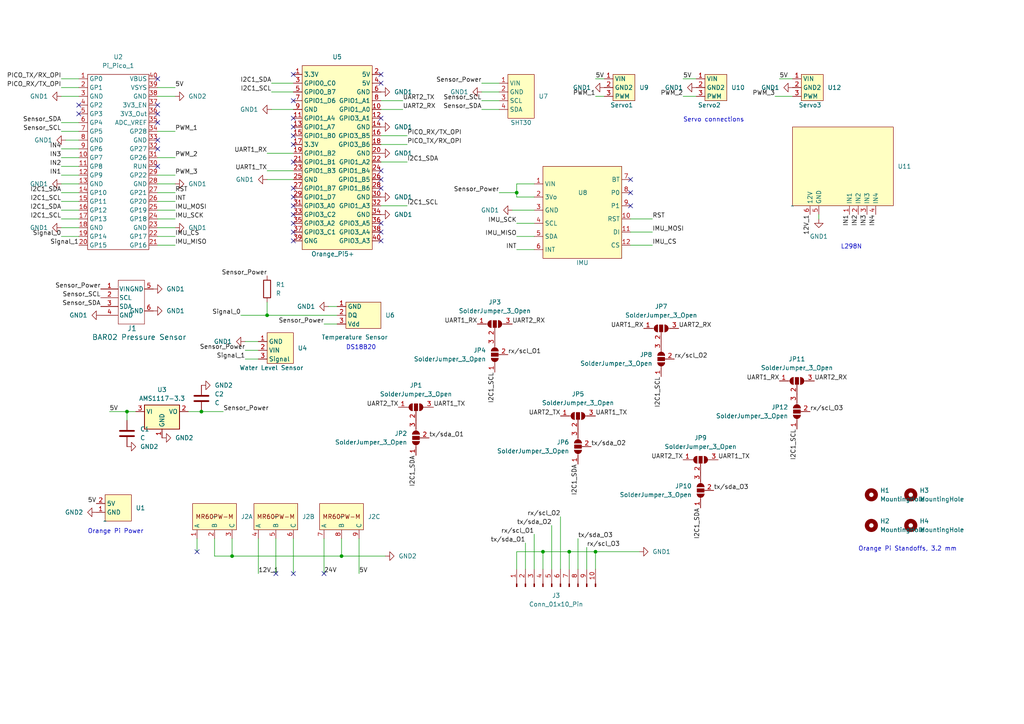
<source format=kicad_sch>
(kicad_sch (version 20230121) (generator eeschema)

  (uuid 0a175b3d-3098-4849-ba4d-564354c470e3)

  (paper "A4")

  (lib_symbols
    (symbol "2024-backplane:MR60PW-M_X3" (in_bom yes) (on_board yes)
      (property "Reference" "J" (at -3.81 11.43 0)
        (effects (font (size 1.27 1.27)))
      )
      (property "Value" "" (at -3.81 6.35 0)
        (effects (font (size 1.27 1.27)))
      )
      (property "Footprint" "2024-backplane:MR60PW-M_X3" (at -6.35 20.32 0)
        (effects (font (size 1.27 1.27)) hide)
      )
      (property "Datasheet" "https://www.tme.com/Document/fd4b3517709a946d7b01cf4810656931/MR60PW-M.pdf" (at -5.08 17.78 0)
        (effects (font (size 1.27 1.27)) hide)
      )
      (symbol "MR60PW-M_X3_1_1"
        (rectangle (start -10.16 10.16) (end 2.54 2.54)
          (stroke (width 0) (type default))
          (fill (type background))
        )
        (text "MR60PW-M\n" (at -3.81 6.35 0)
          (effects (font (size 1.27 1.27)))
        )
        (pin bidirectional line (at -8.89 0 90) (length 2.54)
          (name "A" (effects (font (size 1.27 1.27))))
          (number "1" (effects (font (size 1.27 1.27))))
        )
        (pin bidirectional line (at -3.81 0 90) (length 2.54)
          (name "B" (effects (font (size 1.27 1.27))))
          (number "2" (effects (font (size 1.27 1.27))))
        )
        (pin bidirectional line (at 1.27 0 90) (length 2.54)
          (name "C" (effects (font (size 1.27 1.27))))
          (number "3" (effects (font (size 1.27 1.27))))
        )
      )
      (symbol "MR60PW-M_X3_2_1"
        (rectangle (start -10.16 10.16) (end 2.54 2.54)
          (stroke (width 0) (type default))
          (fill (type background))
        )
        (text "MR60PW-M\n" (at -3.81 6.35 0)
          (effects (font (size 1.27 1.27)))
        )
        (pin bidirectional line (at -8.89 0 90) (length 2.54)
          (name "A" (effects (font (size 1.27 1.27))))
          (number "4" (effects (font (size 1.27 1.27))))
        )
        (pin bidirectional line (at -3.81 0 90) (length 2.54)
          (name "B" (effects (font (size 1.27 1.27))))
          (number "5" (effects (font (size 1.27 1.27))))
        )
        (pin bidirectional line (at 1.27 0 90) (length 2.54)
          (name "C" (effects (font (size 1.27 1.27))))
          (number "6" (effects (font (size 1.27 1.27))))
        )
      )
      (symbol "MR60PW-M_X3_3_1"
        (rectangle (start -10.16 10.16) (end 2.54 2.54)
          (stroke (width 0) (type default))
          (fill (type background))
        )
        (text "MR60PW-M\n" (at -3.81 6.35 0)
          (effects (font (size 1.27 1.27)))
        )
        (pin bidirectional line (at -8.89 0 90) (length 2.54)
          (name "A" (effects (font (size 1.27 1.27))))
          (number "7" (effects (font (size 1.27 1.27))))
        )
        (pin bidirectional line (at -3.81 0 90) (length 2.54)
          (name "B" (effects (font (size 1.27 1.27))))
          (number "8" (effects (font (size 1.27 1.27))))
        )
        (pin bidirectional line (at 1.27 0 90) (length 2.54)
          (name "C" (effects (font (size 1.27 1.27))))
          (number "9" (effects (font (size 1.27 1.27))))
        )
      )
    )
    (symbol "Connector:Conn_01x10_Pin" (pin_names (offset 1.016) hide) (in_bom yes) (on_board yes)
      (property "Reference" "J" (at 0 12.7 0)
        (effects (font (size 1.27 1.27)))
      )
      (property "Value" "Conn_01x10_Pin" (at 0 -15.24 0)
        (effects (font (size 1.27 1.27)))
      )
      (property "Footprint" "" (at 0 0 0)
        (effects (font (size 1.27 1.27)) hide)
      )
      (property "Datasheet" "~" (at 0 0 0)
        (effects (font (size 1.27 1.27)) hide)
      )
      (property "ki_locked" "" (at 0 0 0)
        (effects (font (size 1.27 1.27)))
      )
      (property "ki_keywords" "connector" (at 0 0 0)
        (effects (font (size 1.27 1.27)) hide)
      )
      (property "ki_description" "Generic connector, single row, 01x10, script generated" (at 0 0 0)
        (effects (font (size 1.27 1.27)) hide)
      )
      (property "ki_fp_filters" "Connector*:*_1x??_*" (at 0 0 0)
        (effects (font (size 1.27 1.27)) hide)
      )
      (symbol "Conn_01x10_Pin_1_1"
        (polyline
          (pts
            (xy 1.27 -12.7)
            (xy 0.8636 -12.7)
          )
          (stroke (width 0.1524) (type default))
          (fill (type none))
        )
        (polyline
          (pts
            (xy 1.27 -10.16)
            (xy 0.8636 -10.16)
          )
          (stroke (width 0.1524) (type default))
          (fill (type none))
        )
        (polyline
          (pts
            (xy 1.27 -7.62)
            (xy 0.8636 -7.62)
          )
          (stroke (width 0.1524) (type default))
          (fill (type none))
        )
        (polyline
          (pts
            (xy 1.27 -5.08)
            (xy 0.8636 -5.08)
          )
          (stroke (width 0.1524) (type default))
          (fill (type none))
        )
        (polyline
          (pts
            (xy 1.27 -2.54)
            (xy 0.8636 -2.54)
          )
          (stroke (width 0.1524) (type default))
          (fill (type none))
        )
        (polyline
          (pts
            (xy 1.27 0)
            (xy 0.8636 0)
          )
          (stroke (width 0.1524) (type default))
          (fill (type none))
        )
        (polyline
          (pts
            (xy 1.27 2.54)
            (xy 0.8636 2.54)
          )
          (stroke (width 0.1524) (type default))
          (fill (type none))
        )
        (polyline
          (pts
            (xy 1.27 5.08)
            (xy 0.8636 5.08)
          )
          (stroke (width 0.1524) (type default))
          (fill (type none))
        )
        (polyline
          (pts
            (xy 1.27 7.62)
            (xy 0.8636 7.62)
          )
          (stroke (width 0.1524) (type default))
          (fill (type none))
        )
        (polyline
          (pts
            (xy 1.27 10.16)
            (xy 0.8636 10.16)
          )
          (stroke (width 0.1524) (type default))
          (fill (type none))
        )
        (rectangle (start 0.8636 -12.573) (end 0 -12.827)
          (stroke (width 0.1524) (type default))
          (fill (type outline))
        )
        (rectangle (start 0.8636 -10.033) (end 0 -10.287)
          (stroke (width 0.1524) (type default))
          (fill (type outline))
        )
        (rectangle (start 0.8636 -7.493) (end 0 -7.747)
          (stroke (width 0.1524) (type default))
          (fill (type outline))
        )
        (rectangle (start 0.8636 -4.953) (end 0 -5.207)
          (stroke (width 0.1524) (type default))
          (fill (type outline))
        )
        (rectangle (start 0.8636 -2.413) (end 0 -2.667)
          (stroke (width 0.1524) (type default))
          (fill (type outline))
        )
        (rectangle (start 0.8636 0.127) (end 0 -0.127)
          (stroke (width 0.1524) (type default))
          (fill (type outline))
        )
        (rectangle (start 0.8636 2.667) (end 0 2.413)
          (stroke (width 0.1524) (type default))
          (fill (type outline))
        )
        (rectangle (start 0.8636 5.207) (end 0 4.953)
          (stroke (width 0.1524) (type default))
          (fill (type outline))
        )
        (rectangle (start 0.8636 7.747) (end 0 7.493)
          (stroke (width 0.1524) (type default))
          (fill (type outline))
        )
        (rectangle (start 0.8636 10.287) (end 0 10.033)
          (stroke (width 0.1524) (type default))
          (fill (type outline))
        )
        (pin passive line (at 5.08 10.16 180) (length 3.81)
          (name "Pin_1" (effects (font (size 1.27 1.27))))
          (number "1" (effects (font (size 1.27 1.27))))
        )
        (pin passive line (at 5.08 -12.7 180) (length 3.81)
          (name "Pin_10" (effects (font (size 1.27 1.27))))
          (number "10" (effects (font (size 1.27 1.27))))
        )
        (pin passive line (at 5.08 7.62 180) (length 3.81)
          (name "Pin_2" (effects (font (size 1.27 1.27))))
          (number "2" (effects (font (size 1.27 1.27))))
        )
        (pin passive line (at 5.08 5.08 180) (length 3.81)
          (name "Pin_3" (effects (font (size 1.27 1.27))))
          (number "3" (effects (font (size 1.27 1.27))))
        )
        (pin passive line (at 5.08 2.54 180) (length 3.81)
          (name "Pin_4" (effects (font (size 1.27 1.27))))
          (number "4" (effects (font (size 1.27 1.27))))
        )
        (pin passive line (at 5.08 0 180) (length 3.81)
          (name "Pin_5" (effects (font (size 1.27 1.27))))
          (number "5" (effects (font (size 1.27 1.27))))
        )
        (pin passive line (at 5.08 -2.54 180) (length 3.81)
          (name "Pin_6" (effects (font (size 1.27 1.27))))
          (number "6" (effects (font (size 1.27 1.27))))
        )
        (pin passive line (at 5.08 -5.08 180) (length 3.81)
          (name "Pin_7" (effects (font (size 1.27 1.27))))
          (number "7" (effects (font (size 1.27 1.27))))
        )
        (pin passive line (at 5.08 -7.62 180) (length 3.81)
          (name "Pin_8" (effects (font (size 1.27 1.27))))
          (number "8" (effects (font (size 1.27 1.27))))
        )
        (pin passive line (at 5.08 -10.16 180) (length 3.81)
          (name "Pin_9" (effects (font (size 1.27 1.27))))
          (number "9" (effects (font (size 1.27 1.27))))
        )
      )
    )
    (symbol "Device:C" (pin_numbers hide) (pin_names (offset 0.254)) (in_bom yes) (on_board yes)
      (property "Reference" "C" (at 0.635 2.54 0)
        (effects (font (size 1.27 1.27)) (justify left))
      )
      (property "Value" "C" (at 0.635 -2.54 0)
        (effects (font (size 1.27 1.27)) (justify left))
      )
      (property "Footprint" "" (at 0.9652 -3.81 0)
        (effects (font (size 1.27 1.27)) hide)
      )
      (property "Datasheet" "~" (at 0 0 0)
        (effects (font (size 1.27 1.27)) hide)
      )
      (property "ki_keywords" "cap capacitor" (at 0 0 0)
        (effects (font (size 1.27 1.27)) hide)
      )
      (property "ki_description" "Unpolarized capacitor" (at 0 0 0)
        (effects (font (size 1.27 1.27)) hide)
      )
      (property "ki_fp_filters" "C_*" (at 0 0 0)
        (effects (font (size 1.27 1.27)) hide)
      )
      (symbol "C_0_1"
        (polyline
          (pts
            (xy -2.032 -0.762)
            (xy 2.032 -0.762)
          )
          (stroke (width 0.508) (type default))
          (fill (type none))
        )
        (polyline
          (pts
            (xy -2.032 0.762)
            (xy 2.032 0.762)
          )
          (stroke (width 0.508) (type default))
          (fill (type none))
        )
      )
      (symbol "C_1_1"
        (pin passive line (at 0 3.81 270) (length 2.794)
          (name "~" (effects (font (size 1.27 1.27))))
          (number "1" (effects (font (size 1.27 1.27))))
        )
        (pin passive line (at 0 -3.81 90) (length 2.794)
          (name "~" (effects (font (size 1.27 1.27))))
          (number "2" (effects (font (size 1.27 1.27))))
        )
      )
    )
    (symbol "Device:R" (pin_numbers hide) (pin_names (offset 0)) (in_bom yes) (on_board yes)
      (property "Reference" "R" (at 2.032 0 90)
        (effects (font (size 1.27 1.27)))
      )
      (property "Value" "R" (at 0 0 90)
        (effects (font (size 1.27 1.27)))
      )
      (property "Footprint" "" (at -1.778 0 90)
        (effects (font (size 1.27 1.27)) hide)
      )
      (property "Datasheet" "~" (at 0 0 0)
        (effects (font (size 1.27 1.27)) hide)
      )
      (property "ki_keywords" "R res resistor" (at 0 0 0)
        (effects (font (size 1.27 1.27)) hide)
      )
      (property "ki_description" "Resistor" (at 0 0 0)
        (effects (font (size 1.27 1.27)) hide)
      )
      (property "ki_fp_filters" "R_*" (at 0 0 0)
        (effects (font (size 1.27 1.27)) hide)
      )
      (symbol "R_0_1"
        (rectangle (start -1.016 -2.54) (end 1.016 2.54)
          (stroke (width 0.254) (type default))
          (fill (type none))
        )
      )
      (symbol "R_1_1"
        (pin passive line (at 0 3.81 270) (length 1.27)
          (name "~" (effects (font (size 1.27 1.27))))
          (number "1" (effects (font (size 1.27 1.27))))
        )
        (pin passive line (at 0 -3.81 90) (length 1.27)
          (name "~" (effects (font (size 1.27 1.27))))
          (number "2" (effects (font (size 1.27 1.27))))
        )
      )
    )
    (symbol "JST connector:SM04B-GHS-TB" (pin_names (offset 0.254)) (in_bom yes) (on_board yes)
      (property "Reference" "J1" (at 7.62 -11.43 0)
        (effects (font (size 1.524 1.524)) (justify left))
      )
      (property "Value" "BAR02 Pressure Sensor" (at -2.54 -13.97 0)
        (effects (font (size 1.524 1.524)) (justify left))
      )
      (property "Footprint" "MainBoard_Footprints:JST" (at 3.81 6.35 0)
        (effects (font (size 1.27 1.27) italic) hide)
      )
      (property "Datasheet" "SM04B-GHS-TB" (at 5.08 7.62 0)
        (effects (font (size 1.27 1.27) italic) hide)
      )
      (property "ki_locked" "" (at 0 0 0)
        (effects (font (size 1.27 1.27)))
      )
      (property "ki_keywords" "SM04B-GHS-TB" (at 0 0 0)
        (effects (font (size 1.27 1.27)) hide)
      )
      (property "ki_fp_filters" "CONN_SM04B-GHS-TB_JST" (at 0 0 0)
        (effects (font (size 1.27 1.27)) hide)
      )
      (symbol "SM04B-GHS-TB_1_1"
        (polyline
          (pts
            (xy 5.08 -10.16)
            (xy 12.7 -10.16)
          )
          (stroke (width 0.127) (type default))
          (fill (type none))
        )
        (polyline
          (pts
            (xy 5.08 2.54)
            (xy 5.08 -10.16)
          )
          (stroke (width 0.127) (type default))
          (fill (type none))
        )
        (polyline
          (pts
            (xy 12.7 -10.16)
            (xy 12.7 2.54)
          )
          (stroke (width 0.127) (type default))
          (fill (type none))
        )
        (polyline
          (pts
            (xy 12.7 2.54)
            (xy 5.08 2.54)
          )
          (stroke (width 0.127) (type default))
          (fill (type none))
        )
        (pin input line (at 0 0 0) (length 5.08)
          (name "VIN" (effects (font (size 1.27 1.27))))
          (number "1" (effects (font (size 1.27 1.27))))
        )
        (pin bidirectional line (at 0 -2.54 0) (length 5.08)
          (name "SCL" (effects (font (size 1.27 1.27))))
          (number "2" (effects (font (size 1.27 1.27))))
        )
        (pin bidirectional line (at 0 -5.08 0) (length 5.08)
          (name "SDA" (effects (font (size 1.27 1.27))))
          (number "3" (effects (font (size 1.27 1.27))))
        )
        (pin output line (at 0 -7.62 0) (length 5.08)
          (name "GND" (effects (font (size 1.27 1.27))))
          (number "4" (effects (font (size 1.27 1.27))))
        )
        (pin output line (at 15.24 0 180) (length 2.54)
          (name "GND" (effects (font (size 1.27 1.27))))
          (number "5" (effects (font (size 1.27 1.27))))
        )
        (pin output line (at 15.24 -6.35 180) (length 2.54)
          (name "GND" (effects (font (size 1.27 1.27))))
          (number "6" (effects (font (size 1.27 1.27))))
        )
      )
      (symbol "SM04B-GHS-TB_1_2"
        (polyline
          (pts
            (xy 5.08 -10.16)
            (xy 12.7 -10.16)
          )
          (stroke (width 0.127) (type default))
          (fill (type none))
        )
        (polyline
          (pts
            (xy 5.08 2.54)
            (xy 5.08 -10.16)
          )
          (stroke (width 0.127) (type default))
          (fill (type none))
        )
        (polyline
          (pts
            (xy 7.62 -7.62)
            (xy 5.08 -7.62)
          )
          (stroke (width 0.127) (type default))
          (fill (type none))
        )
        (polyline
          (pts
            (xy 7.62 -7.62)
            (xy 8.89 -8.4667)
          )
          (stroke (width 0.127) (type default))
          (fill (type none))
        )
        (polyline
          (pts
            (xy 7.62 -7.62)
            (xy 8.89 -6.7733)
          )
          (stroke (width 0.127) (type default))
          (fill (type none))
        )
        (polyline
          (pts
            (xy 7.62 -5.08)
            (xy 5.08 -5.08)
          )
          (stroke (width 0.127) (type default))
          (fill (type none))
        )
        (polyline
          (pts
            (xy 7.62 -5.08)
            (xy 8.89 -5.9267)
          )
          (stroke (width 0.127) (type default))
          (fill (type none))
        )
        (polyline
          (pts
            (xy 7.62 -5.08)
            (xy 8.89 -4.2333)
          )
          (stroke (width 0.127) (type default))
          (fill (type none))
        )
        (polyline
          (pts
            (xy 7.62 -2.54)
            (xy 5.08 -2.54)
          )
          (stroke (width 0.127) (type default))
          (fill (type none))
        )
        (polyline
          (pts
            (xy 7.62 -2.54)
            (xy 8.89 -3.3867)
          )
          (stroke (width 0.127) (type default))
          (fill (type none))
        )
        (polyline
          (pts
            (xy 7.62 -2.54)
            (xy 8.89 -1.6933)
          )
          (stroke (width 0.127) (type default))
          (fill (type none))
        )
        (polyline
          (pts
            (xy 7.62 0)
            (xy 5.08 0)
          )
          (stroke (width 0.127) (type default))
          (fill (type none))
        )
        (polyline
          (pts
            (xy 7.62 0)
            (xy 8.89 -0.8467)
          )
          (stroke (width 0.127) (type default))
          (fill (type none))
        )
        (polyline
          (pts
            (xy 7.62 0)
            (xy 8.89 0.8467)
          )
          (stroke (width 0.127) (type default))
          (fill (type none))
        )
        (polyline
          (pts
            (xy 12.7 -10.16)
            (xy 12.7 2.54)
          )
          (stroke (width 0.127) (type default))
          (fill (type none))
        )
        (polyline
          (pts
            (xy 12.7 2.54)
            (xy 5.08 2.54)
          )
          (stroke (width 0.127) (type default))
          (fill (type none))
        )
        (pin unspecified line (at 0 0 0) (length 5.08)
          (name "1" (effects (font (size 1.27 1.27))))
          (number "1" (effects (font (size 1.27 1.27))))
        )
        (pin unspecified line (at 0 -2.54 0) (length 5.08)
          (name "2" (effects (font (size 1.27 1.27))))
          (number "2" (effects (font (size 1.27 1.27))))
        )
        (pin unspecified line (at 0 -5.08 0) (length 5.08)
          (name "3" (effects (font (size 1.27 1.27))))
          (number "3" (effects (font (size 1.27 1.27))))
        )
        (pin unspecified line (at 0 -7.62 0) (length 5.08)
          (name "4" (effects (font (size 1.27 1.27))))
          (number "4" (effects (font (size 1.27 1.27))))
        )
      )
    )
    (symbol "Jumper:SolderJumper_3_Open" (pin_names (offset 0) hide) (in_bom yes) (on_board yes)
      (property "Reference" "JP" (at -2.54 -2.54 0)
        (effects (font (size 1.27 1.27)))
      )
      (property "Value" "SolderJumper_3_Open" (at 0 2.794 0)
        (effects (font (size 1.27 1.27)))
      )
      (property "Footprint" "" (at 0 0 0)
        (effects (font (size 1.27 1.27)) hide)
      )
      (property "Datasheet" "~" (at 0 0 0)
        (effects (font (size 1.27 1.27)) hide)
      )
      (property "ki_keywords" "Solder Jumper SPDT" (at 0 0 0)
        (effects (font (size 1.27 1.27)) hide)
      )
      (property "ki_description" "Solder Jumper, 3-pole, open" (at 0 0 0)
        (effects (font (size 1.27 1.27)) hide)
      )
      (property "ki_fp_filters" "SolderJumper*Open*" (at 0 0 0)
        (effects (font (size 1.27 1.27)) hide)
      )
      (symbol "SolderJumper_3_Open_0_1"
        (arc (start -1.016 1.016) (mid -2.0276 0) (end -1.016 -1.016)
          (stroke (width 0) (type default))
          (fill (type none))
        )
        (arc (start -1.016 1.016) (mid -2.0276 0) (end -1.016 -1.016)
          (stroke (width 0) (type default))
          (fill (type outline))
        )
        (rectangle (start -0.508 1.016) (end 0.508 -1.016)
          (stroke (width 0) (type default))
          (fill (type outline))
        )
        (polyline
          (pts
            (xy -2.54 0)
            (xy -2.032 0)
          )
          (stroke (width 0) (type default))
          (fill (type none))
        )
        (polyline
          (pts
            (xy -1.016 1.016)
            (xy -1.016 -1.016)
          )
          (stroke (width 0) (type default))
          (fill (type none))
        )
        (polyline
          (pts
            (xy 0 -1.27)
            (xy 0 -1.016)
          )
          (stroke (width 0) (type default))
          (fill (type none))
        )
        (polyline
          (pts
            (xy 1.016 1.016)
            (xy 1.016 -1.016)
          )
          (stroke (width 0) (type default))
          (fill (type none))
        )
        (polyline
          (pts
            (xy 2.54 0)
            (xy 2.032 0)
          )
          (stroke (width 0) (type default))
          (fill (type none))
        )
        (arc (start 1.016 -1.016) (mid 2.0276 0) (end 1.016 1.016)
          (stroke (width 0) (type default))
          (fill (type none))
        )
        (arc (start 1.016 -1.016) (mid 2.0276 0) (end 1.016 1.016)
          (stroke (width 0) (type default))
          (fill (type outline))
        )
      )
      (symbol "SolderJumper_3_Open_1_1"
        (pin passive line (at -5.08 0 0) (length 2.54)
          (name "A" (effects (font (size 1.27 1.27))))
          (number "1" (effects (font (size 1.27 1.27))))
        )
        (pin passive line (at 0 -3.81 90) (length 2.54)
          (name "C" (effects (font (size 1.27 1.27))))
          (number "2" (effects (font (size 1.27 1.27))))
        )
        (pin passive line (at 5.08 0 180) (length 2.54)
          (name "B" (effects (font (size 1.27 1.27))))
          (number "3" (effects (font (size 1.27 1.27))))
        )
      )
    )
    (symbol "Mechanical:MountingHole" (pin_names (offset 1.016)) (in_bom yes) (on_board yes)
      (property "Reference" "H" (at 0 5.08 0)
        (effects (font (size 1.27 1.27)))
      )
      (property "Value" "MountingHole" (at 0 3.175 0)
        (effects (font (size 1.27 1.27)))
      )
      (property "Footprint" "" (at 0 0 0)
        (effects (font (size 1.27 1.27)) hide)
      )
      (property "Datasheet" "~" (at 0 0 0)
        (effects (font (size 1.27 1.27)) hide)
      )
      (property "ki_keywords" "mounting hole" (at 0 0 0)
        (effects (font (size 1.27 1.27)) hide)
      )
      (property "ki_description" "Mounting Hole without connection" (at 0 0 0)
        (effects (font (size 1.27 1.27)) hide)
      )
      (property "ki_fp_filters" "MountingHole*" (at 0 0 0)
        (effects (font (size 1.27 1.27)) hide)
      )
      (symbol "MountingHole_0_1"
        (circle (center 0 0) (radius 1.27)
          (stroke (width 1.27) (type default))
          (fill (type none))
        )
      )
    )
    (symbol "Orange_Pi5+_GPIO:2x40_GPIO" (in_bom yes) (on_board yes)
      (property "Reference" "U" (at 8.89 55.88 0)
        (effects (font (size 1.27 1.27)))
      )
      (property "Value" "" (at 0 0 0)
        (effects (font (size 1.27 1.27)))
      )
      (property "Footprint" "" (at 0 0 0)
        (effects (font (size 1.27 1.27)) hide)
      )
      (property "Datasheet" "" (at 0 0 0)
        (effects (font (size 1.27 1.27)) hide)
      )
      (symbol "2x40_GPIO_1_1"
        (rectangle (start 0 53.34) (end 20.32 0)
          (stroke (width 0) (type default))
          (fill (type background))
        )
        (pin output line (at -2.54 50.8 0) (length 2.54)
          (name "3.3V" (effects (font (size 1.27 1.27))))
          (number "1" (effects (font (size 1.27 1.27))))
        )
        (pin bidirectional line (at 22.86 40.64 180) (length 2.54)
          (name "GPIO1_A0" (effects (font (size 1.27 1.27))))
          (number "10" (effects (font (size 1.27 1.27))))
        )
        (pin bidirectional line (at -2.54 38.1 0) (length 2.54)
          (name "GPIO1_A4" (effects (font (size 1.27 1.27))))
          (number "11" (effects (font (size 1.27 1.27))))
        )
        (pin bidirectional line (at 22.86 38.1 180) (length 2.54)
          (name "GPIO3_A1" (effects (font (size 1.27 1.27))))
          (number "12" (effects (font (size 1.27 1.27))))
        )
        (pin bidirectional line (at -2.54 35.56 0) (length 2.54)
          (name "GPIO1_A7" (effects (font (size 1.27 1.27))))
          (number "13" (effects (font (size 1.27 1.27))))
        )
        (pin input line (at 22.86 35.56 180) (length 2.54)
          (name "GND" (effects (font (size 1.27 1.27))))
          (number "14" (effects (font (size 1.27 1.27))))
        )
        (pin bidirectional line (at -2.54 33.02 0) (length 2.54)
          (name "GPIO1_B0" (effects (font (size 1.27 1.27))))
          (number "15" (effects (font (size 1.27 1.27))))
        )
        (pin bidirectional line (at 22.86 33.02 180) (length 2.54)
          (name "GPIO3_B5" (effects (font (size 1.27 1.27))))
          (number "16" (effects (font (size 1.27 1.27))))
        )
        (pin output line (at -2.54 30.48 0) (length 2.54)
          (name "3.3V" (effects (font (size 1.27 1.27))))
          (number "17" (effects (font (size 1.27 1.27))))
        )
        (pin bidirectional line (at 22.86 30.48 180) (length 2.54)
          (name "GPIO3_B6" (effects (font (size 1.27 1.27))))
          (number "18" (effects (font (size 1.27 1.27))))
        )
        (pin bidirectional line (at -2.54 27.94 0) (length 2.54)
          (name "GPIO1_B2" (effects (font (size 1.27 1.27))))
          (number "19" (effects (font (size 1.27 1.27))))
        )
        (pin output line (at 22.86 50.8 180) (length 2.54)
          (name "5V" (effects (font (size 1.27 1.27))))
          (number "2" (effects (font (size 1.27 1.27))))
        )
        (pin input line (at 22.86 27.94 180) (length 2.54)
          (name "GND" (effects (font (size 1.27 1.27))))
          (number "20" (effects (font (size 1.27 1.27))))
        )
        (pin bidirectional line (at -2.54 25.4 0) (length 2.54)
          (name "GPIO1_B1" (effects (font (size 1.27 1.27))))
          (number "21" (effects (font (size 1.27 1.27))))
        )
        (pin bidirectional line (at 22.86 25.4 180) (length 2.54)
          (name "GPIO1_A2" (effects (font (size 1.27 1.27))))
          (number "22" (effects (font (size 1.27 1.27))))
        )
        (pin bidirectional line (at -2.54 22.86 0) (length 2.54)
          (name "GPIO1_B3" (effects (font (size 1.27 1.27))))
          (number "23" (effects (font (size 1.27 1.27))))
        )
        (pin bidirectional line (at 22.86 22.86 180) (length 2.54)
          (name "GPIO1_B4" (effects (font (size 1.27 1.27))))
          (number "24" (effects (font (size 1.27 1.27))))
        )
        (pin input line (at -2.54 20.32 0) (length 2.54)
          (name "GND" (effects (font (size 1.27 1.27))))
          (number "25" (effects (font (size 1.27 1.27))))
        )
        (pin bidirectional line (at 22.86 20.32 180) (length 2.54)
          (name "GPIO1_B5" (effects (font (size 1.27 1.27))))
          (number "26" (effects (font (size 1.27 1.27))))
        )
        (pin bidirectional line (at -2.54 17.78 0) (length 2.54)
          (name "GPIO1_B7" (effects (font (size 1.27 1.27))))
          (number "27" (effects (font (size 1.27 1.27))))
        )
        (pin bidirectional line (at 22.86 17.78 180) (length 2.54)
          (name "GPIO1_B6" (effects (font (size 1.27 1.27))))
          (number "28" (effects (font (size 1.27 1.27))))
        )
        (pin bidirectional line (at -2.54 15.24 0) (length 2.54)
          (name "GPIO1_D7" (effects (font (size 1.27 1.27))))
          (number "29" (effects (font (size 1.27 1.27))))
        )
        (pin bidirectional line (at -2.54 48.26 0) (length 2.54)
          (name "GPIO0_C0" (effects (font (size 1.27 1.27))))
          (number "3" (effects (font (size 1.27 1.27))))
        )
        (pin input line (at 22.86 15.24 180) (length 2.54)
          (name "GND" (effects (font (size 1.27 1.27))))
          (number "30" (effects (font (size 1.27 1.27))))
        )
        (pin bidirectional line (at -2.54 12.7 0) (length 2.54)
          (name "GPIO3_A0" (effects (font (size 1.27 1.27))))
          (number "31" (effects (font (size 1.27 1.27))))
        )
        (pin bidirectional line (at 22.86 12.7 180) (length 2.54)
          (name "GPIO1_A3" (effects (font (size 1.27 1.27))))
          (number "32" (effects (font (size 1.27 1.27))))
        )
        (pin bidirectional line (at -2.54 10.16 0) (length 2.54)
          (name "GPIO3_C2" (effects (font (size 1.27 1.27))))
          (number "33" (effects (font (size 1.27 1.27))))
        )
        (pin input line (at 22.86 10.16 180) (length 2.54)
          (name "GND" (effects (font (size 1.27 1.27))))
          (number "34" (effects (font (size 1.27 1.27))))
        )
        (pin bidirectional line (at -2.54 7.62 0) (length 2.54)
          (name "GPIO3_A2" (effects (font (size 1.27 1.27))))
          (number "35" (effects (font (size 1.27 1.27))))
        )
        (pin bidirectional line (at 22.86 7.62 180) (length 2.54)
          (name "GPIO3_A5" (effects (font (size 1.27 1.27))))
          (number "36" (effects (font (size 1.27 1.27))))
        )
        (pin bidirectional line (at -2.54 5.08 0) (length 2.54)
          (name "GPIO3_C1" (effects (font (size 1.27 1.27))))
          (number "37" (effects (font (size 1.27 1.27))))
        )
        (pin bidirectional line (at 22.86 5.08 180) (length 2.54)
          (name "GPIO3_A4" (effects (font (size 1.27 1.27))))
          (number "38" (effects (font (size 1.27 1.27))))
        )
        (pin input line (at -2.54 2.54 0) (length 2.54)
          (name "GNG" (effects (font (size 1.27 1.27))))
          (number "39" (effects (font (size 1.27 1.27))))
        )
        (pin output line (at 22.86 48.26 180) (length 2.54)
          (name "5V" (effects (font (size 1.27 1.27))))
          (number "4" (effects (font (size 1.27 1.27))))
        )
        (pin bidirectional line (at 22.86 2.54 180) (length 2.54)
          (name "GPIO3_A3" (effects (font (size 1.27 1.27))))
          (number "40" (effects (font (size 1.27 1.27))))
        )
        (pin bidirectional line (at -2.54 45.72 0) (length 2.54)
          (name "GPIO0_B7" (effects (font (size 1.27 1.27))))
          (number "5" (effects (font (size 1.27 1.27))))
        )
        (pin input line (at 22.86 45.72 180) (length 2.54)
          (name "GND" (effects (font (size 1.27 1.27))))
          (number "6" (effects (font (size 1.27 1.27))))
        )
        (pin bidirectional line (at -2.54 43.18 0) (length 2.54)
          (name "GPIO1_D6" (effects (font (size 1.27 1.27))))
          (number "7" (effects (font (size 1.27 1.27))))
        )
        (pin bidirectional line (at 22.86 43.18 180) (length 2.54)
          (name "GPIO1_A1" (effects (font (size 1.27 1.27))))
          (number "8" (effects (font (size 1.27 1.27))))
        )
        (pin input line (at -2.54 40.64 0) (length 2.54)
          (name "GND" (effects (font (size 1.27 1.27))))
          (number "9" (effects (font (size 1.27 1.27))))
        )
      )
    )
    (symbol "Orange_Pi5+_GPIO:Power_Out" (in_bom yes) (on_board yes)
      (property "Reference" "U1" (at 8.89 3.81 0)
        (effects (font (size 1.27 1.27)) (justify left))
      )
      (property "Value" "~" (at 0 0 0)
        (effects (font (size 1.27 1.27)))
      )
      (property "Footprint" "Connector_PinHeader_2.54mm:PinHeader_1x02_P2.54mm_Horizontal" (at 0 0 0)
        (effects (font (size 1.27 1.27)) hide)
      )
      (property "Datasheet" "" (at 0 0 0)
        (effects (font (size 1.27 1.27)) hide)
      )
      (symbol "Power_Out_1_1"
        (rectangle (start 0 7.62) (end 7.62 0)
          (stroke (width 0) (type default))
          (fill (type background))
        )
        (pin input line (at -2.54 2.54 0) (length 2.54)
          (name "GND" (effects (font (size 1.27 1.27))))
          (number "1" (effects (font (size 1.27 1.27))))
        )
        (pin output line (at -2.54 5.08 0) (length 2.54)
          (name "5V" (effects (font (size 1.27 1.27))))
          (number "2" (effects (font (size 1.27 1.27))))
        )
      )
    )
    (symbol "Pi_Pico:Pi_Pico_1" (in_bom yes) (on_board yes)
      (property "Reference" "U" (at 0 19.05 0)
        (effects (font (size 1.27 1.27)))
      )
      (property "Value" "Pi_Pico_1" (at 0 0 0)
        (effects (font (size 1.27 1.27)))
      )
      (property "Footprint" "" (at 0 0 0)
        (effects (font (size 1.27 1.27)) hide)
      )
      (property "Datasheet" "" (at 0 0 0)
        (effects (font (size 1.27 1.27)) hide)
      )
      (symbol "Pi_Pico_1_0_1"
        (rectangle (start -8.89 17.78) (end 8.89 -33.02)
          (stroke (width 0) (type default))
          (fill (type none))
        )
      )
      (symbol "Pi_Pico_1_1_1"
        (pin bidirectional line (at -11.43 16.51 0) (length 2.54)
          (name "GP0" (effects (font (size 1.27 1.27))))
          (number "1" (effects (font (size 1.27 1.27))))
        )
        (pin bidirectional line (at -11.43 -6.35 0) (length 2.54)
          (name "GP7" (effects (font (size 1.27 1.27))))
          (number "10" (effects (font (size 1.27 1.27))))
        )
        (pin bidirectional line (at -11.43 -8.89 0) (length 2.54)
          (name "GP8" (effects (font (size 1.27 1.27))))
          (number "11" (effects (font (size 1.27 1.27))))
        )
        (pin bidirectional line (at -11.43 -11.43 0) (length 2.54)
          (name "GP9" (effects (font (size 1.27 1.27))))
          (number "12" (effects (font (size 1.27 1.27))))
        )
        (pin power_in line (at -11.43 -13.97 0) (length 2.54)
          (name "GND" (effects (font (size 1.27 1.27))))
          (number "13" (effects (font (size 1.27 1.27))))
        )
        (pin bidirectional line (at -11.43 -16.51 0) (length 2.54)
          (name "GP10" (effects (font (size 1.27 1.27))))
          (number "14" (effects (font (size 1.27 1.27))))
        )
        (pin bidirectional line (at -11.43 -19.05 0) (length 2.54)
          (name "GP11" (effects (font (size 1.27 1.27))))
          (number "15" (effects (font (size 1.27 1.27))))
        )
        (pin bidirectional line (at -11.43 -21.59 0) (length 2.54)
          (name "GP12" (effects (font (size 1.27 1.27))))
          (number "16" (effects (font (size 1.27 1.27))))
        )
        (pin bidirectional line (at -11.43 -24.13 0) (length 2.54)
          (name "GP13" (effects (font (size 1.27 1.27))))
          (number "17" (effects (font (size 1.27 1.27))))
        )
        (pin power_in line (at -11.43 -26.67 0) (length 2.54)
          (name "GND" (effects (font (size 1.27 1.27))))
          (number "18" (effects (font (size 1.27 1.27))))
        )
        (pin bidirectional line (at -11.43 -29.21 0) (length 2.54)
          (name "GP14" (effects (font (size 1.27 1.27))))
          (number "19" (effects (font (size 1.27 1.27))))
        )
        (pin bidirectional line (at -11.43 13.97 0) (length 2.54)
          (name "GP1" (effects (font (size 1.27 1.27))))
          (number "2" (effects (font (size 1.27 1.27))))
        )
        (pin bidirectional line (at -11.43 -31.75 0) (length 2.54)
          (name "GP15" (effects (font (size 1.27 1.27))))
          (number "20" (effects (font (size 1.27 1.27))))
        )
        (pin bidirectional line (at 11.43 -31.75 180) (length 2.54)
          (name "GP16" (effects (font (size 1.27 1.27))))
          (number "21" (effects (font (size 1.27 1.27))))
        )
        (pin bidirectional line (at 11.43 -29.21 180) (length 2.54)
          (name "GP17" (effects (font (size 1.27 1.27))))
          (number "22" (effects (font (size 1.27 1.27))))
        )
        (pin power_in line (at 11.43 -26.67 180) (length 2.54)
          (name "GND" (effects (font (size 1.27 1.27))))
          (number "23" (effects (font (size 1.27 1.27))))
        )
        (pin bidirectional line (at 11.43 -24.13 180) (length 2.54)
          (name "GP18" (effects (font (size 1.27 1.27))))
          (number "24" (effects (font (size 1.27 1.27))))
        )
        (pin bidirectional line (at 11.43 -21.59 180) (length 2.54)
          (name "GP19" (effects (font (size 1.27 1.27))))
          (number "25" (effects (font (size 1.27 1.27))))
        )
        (pin bidirectional line (at 11.43 -19.05 180) (length 2.54)
          (name "GP20" (effects (font (size 1.27 1.27))))
          (number "26" (effects (font (size 1.27 1.27))))
        )
        (pin bidirectional line (at 11.43 -16.51 180) (length 2.54)
          (name "GP21" (effects (font (size 1.27 1.27))))
          (number "27" (effects (font (size 1.27 1.27))))
        )
        (pin power_in line (at 11.43 -13.97 180) (length 2.54)
          (name "GND" (effects (font (size 1.27 1.27))))
          (number "28" (effects (font (size 1.27 1.27))))
        )
        (pin bidirectional line (at 11.43 -11.43 180) (length 2.54)
          (name "GP22" (effects (font (size 1.27 1.27))))
          (number "29" (effects (font (size 1.27 1.27))))
        )
        (pin power_in line (at -11.43 11.43 0) (length 2.54)
          (name "GND" (effects (font (size 1.27 1.27))))
          (number "3" (effects (font (size 1.27 1.27))))
        )
        (pin input line (at 11.43 -8.89 180) (length 2.54)
          (name "RUN" (effects (font (size 1.27 1.27))))
          (number "30" (effects (font (size 1.27 1.27))))
        )
        (pin bidirectional line (at 11.43 -6.35 180) (length 2.54)
          (name "GP26" (effects (font (size 1.27 1.27))))
          (number "31" (effects (font (size 1.27 1.27))))
        )
        (pin bidirectional line (at 11.43 -3.81 180) (length 2.54)
          (name "GP27" (effects (font (size 1.27 1.27))))
          (number "32" (effects (font (size 1.27 1.27))))
        )
        (pin power_in line (at 11.43 -1.27 180) (length 2.54)
          (name "GND" (effects (font (size 1.27 1.27))))
          (number "33" (effects (font (size 1.27 1.27))))
        )
        (pin bidirectional line (at 11.43 1.27 180) (length 2.54)
          (name "GP28" (effects (font (size 1.27 1.27))))
          (number "34" (effects (font (size 1.27 1.27))))
        )
        (pin bidirectional line (at 11.43 3.81 180) (length 2.54)
          (name "ADC_VREF" (effects (font (size 1.27 1.27))))
          (number "35" (effects (font (size 1.27 1.27))))
        )
        (pin power_out line (at 11.43 6.35 180) (length 2.54)
          (name "3V3_Out" (effects (font (size 1.27 1.27))))
          (number "36" (effects (font (size 1.27 1.27))))
        )
        (pin input line (at 11.43 8.89 180) (length 2.54)
          (name "3V3_EN" (effects (font (size 1.27 1.27))))
          (number "37" (effects (font (size 1.27 1.27))))
        )
        (pin power_in line (at 11.43 11.43 180) (length 2.54)
          (name "GND" (effects (font (size 1.27 1.27))))
          (number "38" (effects (font (size 1.27 1.27))))
        )
        (pin power_in line (at 11.43 13.97 180) (length 2.54)
          (name "VSYS" (effects (font (size 1.27 1.27))))
          (number "39" (effects (font (size 1.27 1.27))))
        )
        (pin bidirectional line (at -11.43 8.89 0) (length 2.54)
          (name "GP2" (effects (font (size 1.27 1.27))))
          (number "4" (effects (font (size 1.27 1.27))))
        )
        (pin power_in line (at 11.43 16.51 180) (length 2.54)
          (name "VBUS" (effects (font (size 1.27 1.27))))
          (number "40" (effects (font (size 1.27 1.27))))
        )
        (pin bidirectional line (at -11.43 6.35 0) (length 2.54)
          (name "GP3" (effects (font (size 1.27 1.27))))
          (number "5" (effects (font (size 1.27 1.27))))
        )
        (pin bidirectional line (at -11.43 3.81 0) (length 2.54)
          (name "GP4" (effects (font (size 1.27 1.27))))
          (number "6" (effects (font (size 1.27 1.27))))
        )
        (pin bidirectional line (at -11.43 1.27 0) (length 2.54)
          (name "GP5" (effects (font (size 1.27 1.27))))
          (number "7" (effects (font (size 1.27 1.27))))
        )
        (pin power_in line (at -11.43 -1.27 0) (length 2.54)
          (name "GND" (effects (font (size 1.27 1.27))))
          (number "8" (effects (font (size 1.27 1.27))))
        )
        (pin bidirectional line (at -11.43 -3.81 0) (length 2.54)
          (name "GP6" (effects (font (size 1.27 1.27))))
          (number "9" (effects (font (size 1.27 1.27))))
        )
      )
    )
    (symbol "Regulator_Linear:AMS1117-3.3" (in_bom yes) (on_board yes)
      (property "Reference" "U" (at -3.81 3.175 0)
        (effects (font (size 1.27 1.27)))
      )
      (property "Value" "AMS1117-3.3" (at 0 3.175 0)
        (effects (font (size 1.27 1.27)) (justify left))
      )
      (property "Footprint" "Package_TO_SOT_SMD:SOT-223-3_TabPin2" (at 0 5.08 0)
        (effects (font (size 1.27 1.27)) hide)
      )
      (property "Datasheet" "http://www.advanced-monolithic.com/pdf/ds1117.pdf" (at 2.54 -6.35 0)
        (effects (font (size 1.27 1.27)) hide)
      )
      (property "ki_keywords" "linear regulator ldo fixed positive" (at 0 0 0)
        (effects (font (size 1.27 1.27)) hide)
      )
      (property "ki_description" "1A Low Dropout regulator, positive, 3.3V fixed output, SOT-223" (at 0 0 0)
        (effects (font (size 1.27 1.27)) hide)
      )
      (property "ki_fp_filters" "SOT?223*TabPin2*" (at 0 0 0)
        (effects (font (size 1.27 1.27)) hide)
      )
      (symbol "AMS1117-3.3_0_1"
        (rectangle (start -5.08 -5.08) (end 5.08 1.905)
          (stroke (width 0.254) (type default))
          (fill (type background))
        )
      )
      (symbol "AMS1117-3.3_1_1"
        (pin power_in line (at 0 -7.62 90) (length 2.54)
          (name "GND" (effects (font (size 1.27 1.27))))
          (number "1" (effects (font (size 1.27 1.27))))
        )
        (pin power_out line (at 7.62 0 180) (length 2.54)
          (name "VO" (effects (font (size 1.27 1.27))))
          (number "2" (effects (font (size 1.27 1.27))))
        )
        (pin power_in line (at -7.62 0 0) (length 2.54)
          (name "VI" (effects (font (size 1.27 1.27))))
          (number "3" (effects (font (size 1.27 1.27))))
        )
      )
    )
    (symbol "Sensors&Servos:DS18B20" (in_bom yes) (on_board yes)
      (property "Reference" "U" (at 2.54 8.89 0)
        (effects (font (size 1.27 1.27)))
      )
      (property "Value" "" (at 0 0 0)
        (effects (font (size 1.27 1.27)))
      )
      (property "Footprint" "" (at 0 0 0)
        (effects (font (size 1.27 1.27)) hide)
      )
      (property "Datasheet" "" (at 0 0 0)
        (effects (font (size 1.27 1.27)) hide)
      )
      (symbol "DS18B20_1_1"
        (rectangle (start 0 7.62) (end 10.16 0)
          (stroke (width 0) (type default))
          (fill (type background))
        )
        (pin output line (at -2.54 6.35 0) (length 2.54)
          (name "GND" (effects (font (size 1.27 1.27))))
          (number "1" (effects (font (size 1.27 1.27))))
        )
        (pin bidirectional line (at -2.54 3.81 0) (length 2.54)
          (name "DQ" (effects (font (size 1.27 1.27))))
          (number "2" (effects (font (size 1.27 1.27))))
        )
        (pin input line (at -2.54 1.27 0) (length 2.54)
          (name "Vdd" (effects (font (size 1.27 1.27))))
          (number "3" (effects (font (size 1.27 1.27))))
        )
      )
    )
    (symbol "Sensors&Servos:IMU" (in_bom yes) (on_board yes)
      (property "Reference" "U" (at 11.43 29.21 0)
        (effects (font (size 1.27 1.27)))
      )
      (property "Value" "" (at 0 0 0)
        (effects (font (size 1.27 1.27)))
      )
      (property "Footprint" "" (at 0 0 0)
        (effects (font (size 1.27 1.27)) hide)
      )
      (property "Datasheet" "" (at 0 0 0)
        (effects (font (size 1.27 1.27)) hide)
      )
      (symbol "IMU_1_1"
        (rectangle (start 0 26.67) (end 22.86 0)
          (stroke (width 0) (type default))
          (fill (type background))
        )
        (pin input line (at -2.54 21.59 0) (length 2.54)
          (name "VIN" (effects (font (size 1.27 1.27))))
          (number "1" (effects (font (size 1.27 1.27))))
        )
        (pin bidirectional line (at 25.4 11.43 180) (length 2.54)
          (name "RST" (effects (font (size 1.27 1.27))))
          (number "10" (effects (font (size 1.27 1.27))))
        )
        (pin bidirectional line (at 25.4 7.62 180) (length 2.54)
          (name "DI" (effects (font (size 1.27 1.27))))
          (number "11" (effects (font (size 1.27 1.27))))
        )
        (pin bidirectional line (at 25.4 3.81 180) (length 2.54)
          (name "CS" (effects (font (size 1.27 1.27))))
          (number "12" (effects (font (size 1.27 1.27))))
        )
        (pin input line (at -2.54 17.78 0) (length 2.54)
          (name "3Vo" (effects (font (size 1.27 1.27))))
          (number "2" (effects (font (size 1.27 1.27))))
        )
        (pin output line (at -2.54 13.97 0) (length 2.54)
          (name "GND" (effects (font (size 1.27 1.27))))
          (number "3" (effects (font (size 1.27 1.27))))
        )
        (pin bidirectional line (at -2.54 10.16 0) (length 2.54)
          (name "SCL" (effects (font (size 1.27 1.27))))
          (number "4" (effects (font (size 1.27 1.27))))
        )
        (pin bidirectional line (at -2.54 6.35 0) (length 2.54)
          (name "SDA" (effects (font (size 1.27 1.27))))
          (number "5" (effects (font (size 1.27 1.27))))
        )
        (pin bidirectional line (at -2.54 2.54 0) (length 2.54)
          (name "INT" (effects (font (size 1.27 1.27))))
          (number "6" (effects (font (size 1.27 1.27))))
        )
        (pin bidirectional line (at 25.4 22.86 180) (length 2.54)
          (name "BT" (effects (font (size 1.27 1.27))))
          (number "7" (effects (font (size 1.27 1.27))))
        )
        (pin bidirectional line (at 25.4 19.05 180) (length 2.54)
          (name "P0" (effects (font (size 1.27 1.27))))
          (number "8" (effects (font (size 1.27 1.27))))
        )
        (pin bidirectional line (at 25.4 15.24 180) (length 2.54)
          (name "P1" (effects (font (size 1.27 1.27))))
          (number "9" (effects (font (size 1.27 1.27))))
        )
      )
    )
    (symbol "Sensors&Servos:L298N_pins" (in_bom yes) (on_board yes)
      (property "Reference" "U11" (at 11.43 15.24 0)
        (effects (font (size 1.27 1.27)) (justify left))
      )
      (property "Value" "~" (at 0 0 0)
        (effects (font (size 1.27 1.27)))
      )
      (property "Footprint" "MainBoard_Footprints:L298N" (at 0 0 0)
        (effects (font (size 1.27 1.27)) hide)
      )
      (property "Datasheet" "" (at 0 0 0)
        (effects (font (size 1.27 1.27)) hide)
      )
      (symbol "L298N_pins_1_1"
        (rectangle (start 0 22.86) (end 29.21 0)
          (stroke (width 0) (type default))
          (fill (type background))
        )
        (pin bidirectional line (at 16.51 -2.54 90) (length 2.54)
          (name "IN1" (effects (font (size 1.27 1.27))))
          (number "1" (effects (font (size 1.27 1.27))))
        )
        (pin bidirectional line (at 19.05 -2.54 90) (length 2.54)
          (name "IN2" (effects (font (size 1.27 1.27))))
          (number "2" (effects (font (size 1.27 1.27))))
        )
        (pin bidirectional line (at 21.59 -2.54 90) (length 2.54)
          (name "IN3" (effects (font (size 1.27 1.27))))
          (number "3" (effects (font (size 1.27 1.27))))
        )
        (pin bidirectional line (at 24.13 -2.54 90) (length 2.54)
          (name "IN4" (effects (font (size 1.27 1.27))))
          (number "4" (effects (font (size 1.27 1.27))))
        )
        (pin output line (at 7.62 -2.54 90) (length 2.54)
          (name "GND" (effects (font (size 1.27 1.27))))
          (number "5" (effects (font (size 1.27 1.27))))
        )
        (pin input line (at 5.08 -2.54 90) (length 2.54)
          (name "12V" (effects (font (size 1.27 1.27))))
          (number "6" (effects (font (size 1.27 1.27))))
        )
      )
    )
    (symbol "Sensors&Servos:Servo" (in_bom yes) (on_board yes)
      (property "Reference" "U" (at 2.54 8.89 0)
        (effects (font (size 1.27 1.27)))
      )
      (property "Value" "" (at 0 0 0)
        (effects (font (size 1.27 1.27)))
      )
      (property "Footprint" "" (at 0 0 0)
        (effects (font (size 1.27 1.27)) hide)
      )
      (property "Datasheet" "" (at 0 0 0)
        (effects (font (size 1.27 1.27)) hide)
      )
      (symbol "Servo_1_1"
        (rectangle (start 0 7.62) (end 6.35 0)
          (stroke (width 0) (type default))
          (fill (type background))
        )
        (pin input line (at -2.54 6.35 0) (length 2.54)
          (name "VIN" (effects (font (size 1.27 1.27))))
          (number "1" (effects (font (size 1.27 1.27))))
        )
        (pin output line (at -2.54 3.81 0) (length 2.54)
          (name "GND2" (effects (font (size 1.27 1.27))))
          (number "2" (effects (font (size 1.27 1.27))))
        )
        (pin bidirectional line (at -2.54 1.27 0) (length 2.54)
          (name "PWM" (effects (font (size 1.27 1.27))))
          (number "3" (effects (font (size 1.27 1.27))))
        )
      )
    )
    (symbol "Sensors&Servos:Temp_Humidity" (in_bom yes) (on_board yes)
      (property "Reference" "U" (at 3.81 13.97 0)
        (effects (font (size 1.27 1.27)))
      )
      (property "Value" "" (at 0 -1.27 0)
        (effects (font (size 1.27 1.27)))
      )
      (property "Footprint" "" (at 0 -1.27 0)
        (effects (font (size 1.27 1.27)) hide)
      )
      (property "Datasheet" "" (at 0 -1.27 0)
        (effects (font (size 1.27 1.27)) hide)
      )
      (symbol "Temp_Humidity_1_1"
        (rectangle (start 0 12.7) (end 7.62 0)
          (stroke (width 0) (type default))
          (fill (type background))
        )
        (pin input line (at -2.54 10.16 0) (length 2.54)
          (name "VIN" (effects (font (size 1.27 1.27))))
          (number "1" (effects (font (size 1.27 1.27))))
        )
        (pin output line (at -2.54 7.62 0) (length 2.54)
          (name "GND" (effects (font (size 1.27 1.27))))
          (number "2" (effects (font (size 1.27 1.27))))
        )
        (pin bidirectional line (at -2.54 5.08 0) (length 2.54)
          (name "SCL" (effects (font (size 1.27 1.27))))
          (number "3" (effects (font (size 1.27 1.27))))
        )
        (pin bidirectional line (at -2.54 2.54 0) (length 2.54)
          (name "SDA" (effects (font (size 1.27 1.27))))
          (number "4" (effects (font (size 1.27 1.27))))
        )
      )
    )
    (symbol "Sensors&Servos:Water_Leak" (in_bom yes) (on_board yes)
      (property "Reference" "U5" (at 8.89 4.445 0)
        (effects (font (size 1.27 1.27)) (justify left))
      )
      (property "Value" "Water Level Sensor" (at 2.54 -1.27 0)
        (effects (font (size 1.27 1.27)))
      )
      (property "Footprint" "Connector_PinHeader_2.54mm:PinHeader_1x03_P2.54mm_Vertical" (at 0 0 0)
        (effects (font (size 1.27 1.27)) hide)
      )
      (property "Datasheet" "" (at 0 0 0)
        (effects (font (size 1.27 1.27)) hide)
      )
      (symbol "Water_Leak_1_1"
        (rectangle (start 0 8.89) (end 7.62 0)
          (stroke (width 0) (type default))
          (fill (type background))
        )
        (pin output line (at -2.54 6.35 0) (length 2.54)
          (name "GND" (effects (font (size 1.27 1.27))))
          (number "1" (effects (font (size 1.27 1.27))))
        )
        (pin input line (at -2.54 3.81 0) (length 2.54)
          (name "VIN" (effects (font (size 1.27 1.27))))
          (number "2" (effects (font (size 1.27 1.27))))
        )
        (pin bidirectional line (at -2.54 1.27 0) (length 2.54)
          (name "Signal" (effects (font (size 1.27 1.27))))
          (number "3" (effects (font (size 1.27 1.27))))
        )
      )
    )
    (symbol "power:GND1" (power) (pin_names (offset 0)) (in_bom yes) (on_board yes)
      (property "Reference" "#PWR" (at 0 -6.35 0)
        (effects (font (size 1.27 1.27)) hide)
      )
      (property "Value" "GND1" (at 0 -3.81 0)
        (effects (font (size 1.27 1.27)))
      )
      (property "Footprint" "" (at 0 0 0)
        (effects (font (size 1.27 1.27)) hide)
      )
      (property "Datasheet" "" (at 0 0 0)
        (effects (font (size 1.27 1.27)) hide)
      )
      (property "ki_keywords" "global power" (at 0 0 0)
        (effects (font (size 1.27 1.27)) hide)
      )
      (property "ki_description" "Power symbol creates a global label with name \"GND1\" , ground" (at 0 0 0)
        (effects (font (size 1.27 1.27)) hide)
      )
      (symbol "GND1_0_1"
        (polyline
          (pts
            (xy 0 0)
            (xy 0 -1.27)
            (xy 1.27 -1.27)
            (xy 0 -2.54)
            (xy -1.27 -1.27)
            (xy 0 -1.27)
          )
          (stroke (width 0) (type default))
          (fill (type none))
        )
      )
      (symbol "GND1_1_1"
        (pin power_in line (at 0 0 270) (length 0) hide
          (name "GND1" (effects (font (size 1.27 1.27))))
          (number "1" (effects (font (size 1.27 1.27))))
        )
      )
    )
    (symbol "power:GND2" (power) (pin_names (offset 0)) (in_bom yes) (on_board yes)
      (property "Reference" "#PWR" (at 0 -6.35 0)
        (effects (font (size 1.27 1.27)) hide)
      )
      (property "Value" "GND2" (at 0 -3.81 0)
        (effects (font (size 1.27 1.27)))
      )
      (property "Footprint" "" (at 0 0 0)
        (effects (font (size 1.27 1.27)) hide)
      )
      (property "Datasheet" "" (at 0 0 0)
        (effects (font (size 1.27 1.27)) hide)
      )
      (property "ki_keywords" "global power" (at 0 0 0)
        (effects (font (size 1.27 1.27)) hide)
      )
      (property "ki_description" "Power symbol creates a global label with name \"GND2\" , ground" (at 0 0 0)
        (effects (font (size 1.27 1.27)) hide)
      )
      (symbol "GND2_0_1"
        (polyline
          (pts
            (xy 0 0)
            (xy 0 -1.27)
            (xy 1.27 -1.27)
            (xy 0 -2.54)
            (xy -1.27 -1.27)
            (xy 0 -1.27)
          )
          (stroke (width 0) (type default))
          (fill (type none))
        )
      )
      (symbol "GND2_1_1"
        (pin power_in line (at 0 0 270) (length 0) hide
          (name "GND2" (effects (font (size 1.27 1.27))))
          (number "1" (effects (font (size 1.27 1.27))))
        )
      )
    )
  )

  (junction (at 172.72 160.02) (diameter 0) (color 0 0 0 0)
    (uuid 0020abb6-915e-4315-bdb5-91b4c3473e1c)
  )
  (junction (at 77.47 91.44) (diameter 0) (color 0 0 0 0)
    (uuid 20e68114-e3fe-4fe2-89f7-3bbf0ddc64c1)
  )
  (junction (at 149.86 55.88) (diameter 0) (color 0 0 0 0)
    (uuid 69350180-c2ef-484b-bc98-5adf148a6d04)
  )
  (junction (at 36.83 119.38) (diameter 0) (color 0 0 0 0)
    (uuid 771dfa88-96e9-4723-b5bb-46039b360b04)
  )
  (junction (at 58.42 119.38) (diameter 0) (color 0 0 0 0)
    (uuid aca13f4d-0e2c-471d-a062-20bb755e8c9b)
  )
  (junction (at 99.06 161.29) (diameter 0) (color 0 0 0 0)
    (uuid b30a3383-f114-4029-bcb8-d8b75cfc3fcc)
  )
  (junction (at 157.48 160.02) (diameter 0) (color 0 0 0 0)
    (uuid d5bcf2eb-f20b-44b2-8c88-0da30ea6b120)
  )
  (junction (at 67.31 161.29) (diameter 0) (color 0 0 0 0)
    (uuid e0a5430f-c043-4fc1-9728-7fc5cc5ee2ab)
  )
  (junction (at 165.1 160.02) (diameter 0) (color 0 0 0 0)
    (uuid e12a9bcd-0f75-4d5d-9ab6-fcf154bd6910)
  )

  (no_connect (at 110.49 52.07) (uuid 0c22ee40-ddf7-4e2a-a1cd-45844c63ab97))
  (no_connect (at 110.49 54.61) (uuid 17b437d2-7c39-438e-8c68-92d60931fe7f))
  (no_connect (at 110.49 49.53) (uuid 1aaaa813-b425-4caf-b775-1c8fe385f970))
  (no_connect (at 85.09 166.37) (uuid 1b371e67-f67e-44b3-a02b-fe61a050bebe))
  (no_connect (at 45.72 43.18) (uuid 257b380b-e471-47b2-bc72-a99fc2a0163b))
  (no_connect (at 85.09 69.85) (uuid 274fb235-3a00-43bf-94c2-ebb8e33243d3))
  (no_connect (at 85.09 41.91) (uuid 2f14cba5-1892-4ba8-bea6-a282dbd0dd39))
  (no_connect (at 85.09 36.83) (uuid 3f97c8a4-ad83-4bd8-a921-4dcfe54d9d10))
  (no_connect (at 22.86 30.48) (uuid 426aa30a-71e6-4532-a984-90d590c136f0))
  (no_connect (at 182.88 59.69) (uuid 4dbac4ff-cc6f-49e2-9e6b-0c0ebceaf4ad))
  (no_connect (at 85.09 64.77) (uuid 5319b522-b783-4684-bef5-436c5d471814))
  (no_connect (at 110.49 21.59) (uuid 532a9569-3f83-4951-8f4f-cbb64de8d091))
  (no_connect (at 80.01 166.37) (uuid 5a05d96c-f2d3-410c-81a9-63e85055464d))
  (no_connect (at 93.98 166.37) (uuid 5cb29d49-82dd-42f4-90b1-e0acbcc87f04))
  (no_connect (at 110.49 67.31) (uuid 5ec93f7e-65c7-49f9-a02e-3f912ad99f6d))
  (no_connect (at 45.72 33.02) (uuid 75018afc-44ff-42bd-8ff9-8ba51bfdc8bf))
  (no_connect (at 45.72 40.64) (uuid 75180b24-2c22-43b4-bdf1-b17c87607fe0))
  (no_connect (at 110.49 64.77) (uuid 7665f050-4c81-4a1f-864c-8cf2d215992c))
  (no_connect (at 85.09 59.69) (uuid 79516d7e-314a-4700-8b91-3b6a65402ac4))
  (no_connect (at 45.72 30.48) (uuid 79cf55a5-261f-497f-afd4-79a9f0552a57))
  (no_connect (at 57.15 160.02) (uuid 7e114667-27c8-47fb-94a1-2412bb4b6faa))
  (no_connect (at 45.72 22.86) (uuid 8456bfe2-764e-45f0-aaff-385a610b9a93))
  (no_connect (at 182.88 52.07) (uuid 8e7aa35b-bea3-47de-8bdb-59af61f312e0))
  (no_connect (at 85.09 57.15) (uuid 8f3520e8-f6c4-4af5-bcae-8d709899bfd7))
  (no_connect (at 110.49 24.13) (uuid 906de438-225d-4790-bfca-6a71c063f962))
  (no_connect (at 182.88 55.88) (uuid 928bc8f6-50f6-4e65-8620-58b22ac2f641))
  (no_connect (at 45.72 48.26) (uuid 95be0e5a-0dee-4b0e-9fa7-b6562256dc94))
  (no_connect (at 85.09 54.61) (uuid a1cea6b3-90ac-4351-93e0-90897dbba8aa))
  (no_connect (at 85.09 62.23) (uuid a418c0ba-4750-4add-846a-ac72fc619dc6))
  (no_connect (at 85.09 34.29) (uuid b53dda82-611b-457f-b23b-116da05c146e))
  (no_connect (at 22.86 33.02) (uuid b5e974d3-825f-457a-81e1-d197e6a2c99d))
  (no_connect (at 85.09 39.37) (uuid ba60eeac-da28-4d60-976d-ae9cc899e262))
  (no_connect (at 110.49 69.85) (uuid be2eacb9-d3c0-4888-b9c4-2ea941e8fa6f))
  (no_connect (at 45.72 35.56) (uuid cc0ed218-7585-40db-a887-834729334bfe))
  (no_connect (at 85.09 21.59) (uuid d106630e-ba16-49f5-95e9-05fa701cb4e7))
  (no_connect (at 110.49 34.29) (uuid eeda13a9-b3c1-401d-8efc-93e98e08bcd8))
  (no_connect (at 85.09 46.99) (uuid f4f8076e-cef9-4874-9682-88bc34f7e802))
  (no_connect (at 85.09 67.31) (uuid f6d94413-9a1c-430f-afed-830758f1c496))
  (no_connect (at 85.09 29.21) (uuid fbb6e2a6-5768-4936-b115-bb2090e4fa92))

  (wire (pts (xy 162.56 149.86) (xy 162.56 165.1))
    (stroke (width 0) (type default))
    (uuid 06664fdb-920b-4a60-be93-21af2b657b95)
  )
  (wire (pts (xy 165.1 160.02) (xy 172.72 160.02))
    (stroke (width 0) (type default))
    (uuid 09add9f9-9604-44fa-a82d-75f9fbcc2bfd)
  )
  (wire (pts (xy 67.31 161.29) (xy 99.06 161.29))
    (stroke (width 0) (type default))
    (uuid 0a99e612-9fea-4b5d-a499-b2442d60b04e)
  )
  (wire (pts (xy 17.78 22.86) (xy 22.86 22.86))
    (stroke (width 0) (type default))
    (uuid 0b16bfca-e144-4d10-84e0-53796b12187a)
  )
  (wire (pts (xy 110.49 41.91) (xy 118.11 41.91))
    (stroke (width 0) (type default))
    (uuid 0bed4b3c-2e79-4284-8c35-0f81ba6be0d5)
  )
  (wire (pts (xy 77.47 91.44) (xy 97.79 91.44))
    (stroke (width 0) (type default))
    (uuid 0c3137dc-e3d3-4bbe-a80a-93078e692ede)
  )
  (wire (pts (xy 172.72 27.94) (xy 175.26 27.94))
    (stroke (width 0) (type default))
    (uuid 0d38ce21-35f4-4399-977b-72837a10e176)
  )
  (wire (pts (xy 36.83 119.38) (xy 36.83 121.92))
    (stroke (width 0) (type default))
    (uuid 13eb3bed-e62f-4e87-8508-85e1c60c03da)
  )
  (wire (pts (xy 45.72 27.94) (xy 50.8 27.94))
    (stroke (width 0) (type default))
    (uuid 1711bee0-af68-4155-beda-5defe6c4e10e)
  )
  (wire (pts (xy 160.02 152.4) (xy 160.02 165.1))
    (stroke (width 0) (type default))
    (uuid 17210bc5-57ca-4080-a3e3-7cdbb3a9f866)
  )
  (wire (pts (xy 99.06 161.29) (xy 111.76 161.29))
    (stroke (width 0) (type default))
    (uuid 1883fccb-3cfa-4176-a43f-35f146689ad3)
  )
  (wire (pts (xy 167.64 156.21) (xy 167.64 165.1))
    (stroke (width 0) (type default))
    (uuid 18b99118-ec0b-424c-9d61-3d53c1763126)
  )
  (wire (pts (xy 110.49 46.99) (xy 118.11 46.99))
    (stroke (width 0) (type default))
    (uuid 1e73d0bb-72f1-48f5-87d6-f9f0b2ca6251)
  )
  (wire (pts (xy 71.12 104.14) (xy 74.93 104.14))
    (stroke (width 0) (type default))
    (uuid 1fbfdbb1-591f-4bda-9eb8-4f05ee2e5644)
  )
  (wire (pts (xy 45.72 58.42) (xy 50.8 58.42))
    (stroke (width 0) (type default))
    (uuid 21d6f809-ae14-4f8c-95a7-72a49c7c88aa)
  )
  (wire (pts (xy 45.72 60.96) (xy 50.8 60.96))
    (stroke (width 0) (type default))
    (uuid 22108df9-594a-4f75-aaea-f95729b88237)
  )
  (wire (pts (xy 17.78 58.42) (xy 22.86 58.42))
    (stroke (width 0) (type default))
    (uuid 25f04259-0366-4590-9c78-096c02487598)
  )
  (wire (pts (xy 139.7 26.67) (xy 144.78 26.67))
    (stroke (width 0) (type default))
    (uuid 26427f9c-f222-46e2-a8a5-618b38032e78)
  )
  (wire (pts (xy 17.78 63.5) (xy 22.86 63.5))
    (stroke (width 0) (type default))
    (uuid 2b13a521-afe6-4578-aae0-8b1671a78d19)
  )
  (wire (pts (xy 157.48 160.02) (xy 157.48 165.1))
    (stroke (width 0) (type default))
    (uuid 2d28037c-9743-4d4d-ac50-4f62506ab149)
  )
  (wire (pts (xy 45.72 63.5) (xy 50.8 63.5))
    (stroke (width 0) (type default))
    (uuid 2e2568cc-0e80-43d8-b14e-5163e093c0b5)
  )
  (wire (pts (xy 17.78 60.96) (xy 22.86 60.96))
    (stroke (width 0) (type default))
    (uuid 35bc45d4-385c-40b7-96d2-223a91ddf9db)
  )
  (wire (pts (xy 189.23 71.12) (xy 182.88 71.12))
    (stroke (width 0) (type default))
    (uuid 39593a0e-09dc-45ea-aa46-3483440b49bd)
  )
  (wire (pts (xy 17.78 43.18) (xy 22.86 43.18))
    (stroke (width 0) (type default))
    (uuid 3f4142d1-9b5e-4822-8110-912ecbd556b1)
  )
  (wire (pts (xy 149.86 68.58) (xy 154.94 68.58))
    (stroke (width 0) (type default))
    (uuid 497ff4fa-d73c-498e-bdc7-f5314eed18c9)
  )
  (wire (pts (xy 149.86 55.88) (xy 149.86 57.15))
    (stroke (width 0) (type default))
    (uuid 4de647d7-5f9a-4e55-871c-29677f40595c)
  )
  (wire (pts (xy 17.78 27.94) (xy 22.86 27.94))
    (stroke (width 0) (type default))
    (uuid 4e65396c-7cb9-489d-b4ce-5bb76c85cdc1)
  )
  (wire (pts (xy 172.72 160.02) (xy 185.42 160.02))
    (stroke (width 0) (type default))
    (uuid 5705d0f7-b128-4fff-8b3d-7ac7cafef5b3)
  )
  (wire (pts (xy 148.59 60.96) (xy 154.94 60.96))
    (stroke (width 0) (type default))
    (uuid 57b082ba-48b8-4ddf-a3b5-fd6f52edb4fd)
  )
  (wire (pts (xy 139.7 29.21) (xy 144.78 29.21))
    (stroke (width 0) (type default))
    (uuid 5c3441a0-171d-496b-a649-fcc578ddd2b0)
  )
  (wire (pts (xy 198.12 27.94) (xy 201.93 27.94))
    (stroke (width 0) (type default))
    (uuid 5ed1ac79-6683-495c-9560-4fd78339a938)
  )
  (wire (pts (xy 139.7 31.75) (xy 144.78 31.75))
    (stroke (width 0) (type default))
    (uuid 60403d4c-210c-4926-a038-b56f409d81df)
  )
  (wire (pts (xy 80.01 156.21) (xy 80.01 166.37))
    (stroke (width 0) (type default))
    (uuid 605741fc-b2b2-437b-ab4b-e5f7252433ac)
  )
  (wire (pts (xy 226.06 22.86) (xy 229.87 22.86))
    (stroke (width 0) (type default))
    (uuid 62335a8c-4ee7-4b14-9814-f62c0164cb80)
  )
  (wire (pts (xy 45.72 71.12) (xy 50.8 71.12))
    (stroke (width 0) (type default))
    (uuid 650f5f92-eb47-4604-8bcd-0bc1e69efdd3)
  )
  (wire (pts (xy 17.78 53.34) (xy 22.86 53.34))
    (stroke (width 0) (type default))
    (uuid 6517857a-eee6-4d22-9879-297965774a61)
  )
  (wire (pts (xy 224.79 27.94) (xy 229.87 27.94))
    (stroke (width 0) (type default))
    (uuid 66ce6720-049e-48d5-b88a-0d562f36cf1a)
  )
  (wire (pts (xy 189.23 67.31) (xy 182.88 67.31))
    (stroke (width 0) (type default))
    (uuid 66fa5f0c-91d0-4269-bb52-c8e1eb316703)
  )
  (wire (pts (xy 62.23 161.29) (xy 67.31 161.29))
    (stroke (width 0) (type default))
    (uuid 67f442c9-2733-41fc-b258-0673a69802b6)
  )
  (wire (pts (xy 62.23 156.21) (xy 62.23 161.29))
    (stroke (width 0) (type default))
    (uuid 681c956e-b06e-4018-b532-ad9ad4d51563)
  )
  (wire (pts (xy 54.61 119.38) (xy 58.42 119.38))
    (stroke (width 0) (type default))
    (uuid 6ff6407a-a0d2-48a9-b7b8-9d2363bf0d5b)
  )
  (wire (pts (xy 149.86 53.34) (xy 154.94 53.34))
    (stroke (width 0) (type default))
    (uuid 70668a6e-253b-4751-9244-e355bf682c23)
  )
  (wire (pts (xy 149.86 53.34) (xy 149.86 55.88))
    (stroke (width 0) (type default))
    (uuid 71058065-2ff1-4a59-b93a-7cde15f41811)
  )
  (wire (pts (xy 17.78 35.56) (xy 22.86 35.56))
    (stroke (width 0) (type default))
    (uuid 71bfd6c2-da6f-4c9c-b0a0-e4f1c469b2d8)
  )
  (wire (pts (xy 149.86 72.39) (xy 154.94 72.39))
    (stroke (width 0) (type default))
    (uuid 73ed2f59-42cc-43ce-8e02-5cc2de901916)
  )
  (wire (pts (xy 99.06 156.21) (xy 99.06 161.29))
    (stroke (width 0) (type default))
    (uuid 75a1ef9e-b5ef-4924-ba34-a3aca6e8fbe2)
  )
  (wire (pts (xy 154.94 154.94) (xy 154.94 165.1))
    (stroke (width 0) (type default))
    (uuid 7651f41c-249f-48e1-9270-6540e6df6e14)
  )
  (wire (pts (xy 19.05 40.64) (xy 22.86 40.64))
    (stroke (width 0) (type default))
    (uuid 77eb16a1-d44a-441c-b4ee-6513e441afe4)
  )
  (wire (pts (xy 17.78 45.72) (xy 22.86 45.72))
    (stroke (width 0) (type default))
    (uuid 79f4797e-a4c7-4bb9-a2c3-1c7e60ba98a4)
  )
  (wire (pts (xy 45.72 68.58) (xy 50.8 68.58))
    (stroke (width 0) (type default))
    (uuid 7eb5f217-dc12-4575-a732-9c3da70cb742)
  )
  (wire (pts (xy 110.49 29.21) (xy 116.84 29.21))
    (stroke (width 0) (type default))
    (uuid 82c2eb9a-25f0-4fd2-b1f9-c74a8ce0ad8f)
  )
  (wire (pts (xy 149.86 64.77) (xy 154.94 64.77))
    (stroke (width 0) (type default))
    (uuid 865a9a1d-5739-465e-83e4-db777eb2ca20)
  )
  (wire (pts (xy 157.48 160.02) (xy 165.1 160.02))
    (stroke (width 0) (type default))
    (uuid 874b34be-c3cb-4dd8-a818-fa5f48a92919)
  )
  (wire (pts (xy 50.8 45.72) (xy 45.72 45.72))
    (stroke (width 0) (type default))
    (uuid 8b011c29-bc1d-4bc7-a000-f4b5a6e0181b)
  )
  (wire (pts (xy 172.72 22.86) (xy 175.26 22.86))
    (stroke (width 0) (type default))
    (uuid 8d4b4f96-b60b-4a33-99e5-ae927de51886)
  )
  (wire (pts (xy 77.47 44.45) (xy 85.09 44.45))
    (stroke (width 0) (type default))
    (uuid 90aa47e7-c021-4266-b7ee-40392b83b79d)
  )
  (wire (pts (xy 78.74 31.75) (xy 85.09 31.75))
    (stroke (width 0) (type default))
    (uuid 90b25632-cb9d-4b31-90a5-4d6d386aafd3)
  )
  (wire (pts (xy 17.78 68.58) (xy 22.86 68.58))
    (stroke (width 0) (type default))
    (uuid 9301383d-b471-4630-b7de-c2ddcbe454ce)
  )
  (wire (pts (xy 69.85 91.44) (xy 77.47 91.44))
    (stroke (width 0) (type default))
    (uuid 94b29cc2-dea8-4b56-a539-2b4e6f439f97)
  )
  (wire (pts (xy 67.31 156.21) (xy 67.31 161.29))
    (stroke (width 0) (type default))
    (uuid 985fa2f2-3338-4a11-b7cb-d0208a0cc24d)
  )
  (wire (pts (xy 77.47 52.07) (xy 85.09 52.07))
    (stroke (width 0) (type default))
    (uuid 98b682cc-c958-4d32-8e0e-731a08636390)
  )
  (wire (pts (xy 77.47 49.53) (xy 85.09 49.53))
    (stroke (width 0) (type default))
    (uuid 9cae0ca4-f13f-4942-ad3d-652ae0ac300f)
  )
  (wire (pts (xy 78.74 26.67) (xy 85.09 26.67))
    (stroke (width 0) (type default))
    (uuid 9dc8fc3a-6fac-48c1-94d4-7887b356d45d)
  )
  (wire (pts (xy 17.78 48.26) (xy 22.86 48.26))
    (stroke (width 0) (type default))
    (uuid a51d6fa7-5e8c-4084-9986-6bd60fd71c21)
  )
  (wire (pts (xy 17.78 38.1) (xy 22.86 38.1))
    (stroke (width 0) (type default))
    (uuid accda2f1-1851-464d-b01c-e236f4bf4eae)
  )
  (wire (pts (xy 36.83 119.38) (xy 39.37 119.38))
    (stroke (width 0) (type default))
    (uuid b0959249-673b-4bb1-9b6b-0652c9a466ec)
  )
  (wire (pts (xy 110.49 59.69) (xy 118.11 59.69))
    (stroke (width 0) (type default))
    (uuid b2904064-20a9-4e39-addf-84e567af7932)
  )
  (wire (pts (xy 17.78 55.88) (xy 22.86 55.88))
    (stroke (width 0) (type default))
    (uuid b2b32f6e-e241-4da1-b163-65f907f71ccf)
  )
  (wire (pts (xy 17.78 25.4) (xy 22.86 25.4))
    (stroke (width 0) (type default))
    (uuid b45ddbc2-b73f-4db1-9397-1da04f4bfda6)
  )
  (wire (pts (xy 71.12 99.06) (xy 74.93 99.06))
    (stroke (width 0) (type default))
    (uuid b4b9f49f-060e-49d1-8022-2b24940ac73c)
  )
  (wire (pts (xy 110.49 31.75) (xy 116.84 31.75))
    (stroke (width 0) (type default))
    (uuid b52ae8a8-1bbc-4e7f-b328-f12b892f3492)
  )
  (wire (pts (xy 50.8 38.1) (xy 45.72 38.1))
    (stroke (width 0) (type default))
    (uuid b8479fdb-5862-405e-ae40-c91cdfce3839)
  )
  (wire (pts (xy 170.18 158.75) (xy 170.18 165.1))
    (stroke (width 0) (type default))
    (uuid b967fd73-0922-42d8-8614-db692c9a4f81)
  )
  (wire (pts (xy 95.25 88.9) (xy 97.79 88.9))
    (stroke (width 0) (type default))
    (uuid ba82f038-8993-40d4-ad10-ef72be785b45)
  )
  (wire (pts (xy 74.93 156.21) (xy 74.93 166.37))
    (stroke (width 0) (type default))
    (uuid bc48325e-c63d-4b74-93aa-71cd0c08029f)
  )
  (wire (pts (xy 71.12 101.6) (xy 74.93 101.6))
    (stroke (width 0) (type default))
    (uuid c21d76a9-12b3-40a4-8673-02d72af0345b)
  )
  (wire (pts (xy 78.74 24.13) (xy 85.09 24.13))
    (stroke (width 0) (type default))
    (uuid c4c37646-81cc-4efc-8ff5-f9eb907c52ac)
  )
  (wire (pts (xy 57.15 156.21) (xy 57.15 160.02))
    (stroke (width 0) (type default))
    (uuid c7e1a465-d3fd-4ad4-ad5e-6ee8058285c7)
  )
  (wire (pts (xy 45.72 55.88) (xy 50.8 55.88))
    (stroke (width 0) (type default))
    (uuid cbf015bf-9fa2-4411-8e74-522622ddf14d)
  )
  (wire (pts (xy 139.7 24.13) (xy 144.78 24.13))
    (stroke (width 0) (type default))
    (uuid d0290af8-32ed-4fe4-ab11-4e7c412ed07c)
  )
  (wire (pts (xy 149.86 57.15) (xy 154.94 57.15))
    (stroke (width 0) (type default))
    (uuid d135fbf2-cda2-485e-94bd-4506829033de)
  )
  (wire (pts (xy 17.78 66.04) (xy 22.86 66.04))
    (stroke (width 0) (type default))
    (uuid d19213e4-5d96-413d-9b37-ccf26cf3b1a1)
  )
  (wire (pts (xy 85.09 156.21) (xy 85.09 166.37))
    (stroke (width 0) (type default))
    (uuid d7828254-ed90-4f99-a628-4a307f62bed4)
  )
  (wire (pts (xy 172.72 160.02) (xy 172.72 165.1))
    (stroke (width 0) (type default))
    (uuid d901ffda-3b49-4b81-81c0-55c824ec803c)
  )
  (wire (pts (xy 237.49 62.23) (xy 237.49 63.5))
    (stroke (width 0) (type default))
    (uuid d905577f-2d29-4557-a812-0b004338d20b)
  )
  (wire (pts (xy 45.72 50.8) (xy 50.8 50.8))
    (stroke (width 0) (type default))
    (uuid d936c320-a4b2-47e1-9ac9-d98a033fb2fa)
  )
  (wire (pts (xy 77.47 87.63) (xy 77.47 91.44))
    (stroke (width 0) (type default))
    (uuid dad099f8-c451-4d2a-b772-ffa4e480997f)
  )
  (wire (pts (xy 93.98 93.98) (xy 97.79 93.98))
    (stroke (width 0) (type default))
    (uuid ddde0358-57d2-421f-80db-ef077ded95ab)
  )
  (wire (pts (xy 152.4 157.48) (xy 152.4 165.1))
    (stroke (width 0) (type default))
    (uuid e0268bc0-ff41-4c5d-91a2-f944a3f2f005)
  )
  (wire (pts (xy 93.98 156.21) (xy 93.98 166.37))
    (stroke (width 0) (type default))
    (uuid e5702c12-cba8-4971-bc6c-d48cff47bc43)
  )
  (wire (pts (xy 110.49 39.37) (xy 118.11 39.37))
    (stroke (width 0) (type default))
    (uuid e69aef9f-0c3e-4239-be5a-c7eafb1021d9)
  )
  (wire (pts (xy 165.1 160.02) (xy 165.1 165.1))
    (stroke (width 0) (type default))
    (uuid e984f152-2db7-436c-a4a7-3dbb9a71c7c7)
  )
  (wire (pts (xy 149.86 160.02) (xy 149.86 165.1))
    (stroke (width 0) (type default))
    (uuid ea3d654c-7c37-4ea5-93c5-e0d6c1351a96)
  )
  (wire (pts (xy 198.12 22.86) (xy 201.93 22.86))
    (stroke (width 0) (type default))
    (uuid ebdde2ad-0d09-48d6-b11e-4b934fff245a)
  )
  (wire (pts (xy 149.86 160.02) (xy 157.48 160.02))
    (stroke (width 0) (type default))
    (uuid eca06abc-d2a9-4bd1-94eb-1e72f37fd243)
  )
  (wire (pts (xy 189.23 63.5) (xy 182.88 63.5))
    (stroke (width 0) (type default))
    (uuid eda9a3d1-d0a6-4d3b-8189-f8f778552efb)
  )
  (wire (pts (xy 45.72 53.34) (xy 50.8 53.34))
    (stroke (width 0) (type default))
    (uuid eee5240f-9018-4cc8-910f-0a29ca403aaa)
  )
  (wire (pts (xy 58.42 119.38) (xy 64.77 119.38))
    (stroke (width 0) (type default))
    (uuid ef555957-68da-4bf9-acc7-64f62cebd1b6)
  )
  (wire (pts (xy 104.14 156.21) (xy 104.14 166.37))
    (stroke (width 0) (type default))
    (uuid ef8ac831-57eb-4d11-9945-0d45c666aacb)
  )
  (wire (pts (xy 17.78 50.8) (xy 22.86 50.8))
    (stroke (width 0) (type default))
    (uuid f1795d56-981e-4b90-94be-f8fc055c1619)
  )
  (wire (pts (xy 45.72 66.04) (xy 50.8 66.04))
    (stroke (width 0) (type default))
    (uuid f19a635b-4236-4f4a-b2a8-792eb8a33d2f)
  )
  (wire (pts (xy 144.78 55.88) (xy 149.86 55.88))
    (stroke (width 0) (type default))
    (uuid f8af5825-1208-4b3c-94dd-c482ba131248)
  )
  (wire (pts (xy 31.75 119.38) (xy 36.83 119.38))
    (stroke (width 0) (type default))
    (uuid fa761d99-3aca-456e-96f7-76a475f0c5af)
  )
  (wire (pts (xy 45.72 25.4) (xy 50.8 25.4))
    (stroke (width 0) (type default))
    (uuid fd8776c6-6293-453c-ad12-7dc62b45886d)
  )

  (text "DS18B20\n" (at 100.33 101.6 0)
    (effects (font (size 1.27 1.27)) (justify left bottom))
    (uuid 05d8f784-b841-41d8-bc54-dd169469c3f6)
  )
  (text "Orange Pi Power\n" (at 25.4 154.94 0)
    (effects (font (size 1.27 1.27)) (justify left bottom))
    (uuid 0c6e25fb-aed9-4dbd-a43f-e163e32cf616)
  )
  (text "Orange Pi Standoffs, 3.2 mm\n" (at 248.92 160.02 0)
    (effects (font (size 1.27 1.27)) (justify left bottom))
    (uuid 1b94d732-5a50-4324-a8ba-d01cfb0a727e)
  )
  (text "Servo connections" (at 198.12 35.56 0)
    (effects (font (size 1.27 1.27)) (justify left bottom))
    (uuid 5831cc77-eda2-4cf8-947e-78946827aa87)
  )
  (text "L298N\n" (at 243.84 72.39 0)
    (effects (font (size 1.27 1.27)) (justify left bottom))
    (uuid c1ddc4ea-86c4-4963-a724-f343f670823e)
  )

  (label "IN4" (at 17.78 43.18 180) (fields_autoplaced)
    (effects (font (size 1.27 1.27)) (justify right bottom))
    (uuid 09ce9811-a071-4a53-bfea-be3489d52883)
  )
  (label "I2C1_SDA" (at 118.11 46.99 0) (fields_autoplaced)
    (effects (font (size 1.27 1.27)) (justify left bottom))
    (uuid 0a5d2bf4-5d46-4616-a740-e38edf8db606)
  )
  (label "PICO_TX{slash}RX_OPI" (at 17.78 22.86 180) (fields_autoplaced)
    (effects (font (size 1.27 1.27)) (justify right bottom))
    (uuid 0db15b90-2d1d-40fd-b279-5a1aeb9f5bb2)
  )
  (label "UART2_TX" (at 115.57 118.11 180) (fields_autoplaced)
    (effects (font (size 1.27 1.27)) (justify right bottom))
    (uuid 0f09e1ff-e1a1-4f89-85b5-4e38f4c19057)
  )
  (label "I2C1_SDA" (at 17.78 60.96 180) (fields_autoplaced)
    (effects (font (size 1.27 1.27)) (justify right bottom))
    (uuid 12d3bf31-4ac6-4ac5-bbd8-bf9e2b422945)
  )
  (label "I2C1_SCL" (at 17.78 58.42 180) (fields_autoplaced)
    (effects (font (size 1.27 1.27)) (justify right bottom))
    (uuid 17c36aae-24ac-4635-8106-34433b3e590e)
  )
  (label "Sensor_Power" (at 93.98 93.98 180) (fields_autoplaced)
    (effects (font (size 1.27 1.27)) (justify right bottom))
    (uuid 1a8bb754-9ca7-4d3d-85ae-52dbee4cf1e3)
  )
  (label "IMU_CS" (at 50.8 68.58 0) (fields_autoplaced)
    (effects (font (size 1.27 1.27)) (justify left bottom))
    (uuid 1a8fe5ff-6dcc-4f51-bf53-d1aac4a3a038)
  )
  (label "Sensor_SCL" (at 17.78 38.1 180) (fields_autoplaced)
    (effects (font (size 1.27 1.27)) (justify right bottom))
    (uuid 1dceebfd-34bb-4094-8d1a-46b4427e2663)
  )
  (label "UART1_TX" (at 208.28 133.35 0) (fields_autoplaced)
    (effects (font (size 1.27 1.27)) (justify left bottom))
    (uuid 207d1808-a632-4a61-8e15-85174aa07ac4)
  )
  (label "I2C1_SCL" (at 17.78 63.5 180) (fields_autoplaced)
    (effects (font (size 1.27 1.27)) (justify right bottom))
    (uuid 2082edbf-e370-4db9-b0fc-5c5d57d7c173)
  )
  (label "PICO_RX{slash}TX_OPI" (at 118.11 39.37 0) (fields_autoplaced)
    (effects (font (size 1.27 1.27)) (justify left bottom))
    (uuid 23303aa6-e35e-4504-ac6e-2f8d8eda74f0)
  )
  (label "5V" (at 27.94 146.05 180) (fields_autoplaced)
    (effects (font (size 1.27 1.27)) (justify right bottom))
    (uuid 25ad1682-a468-47a7-9980-963f769d4f74)
  )
  (label "RST" (at 189.23 63.5 0) (fields_autoplaced)
    (effects (font (size 1.27 1.27)) (justify left bottom))
    (uuid 26769145-2895-4e7b-8c72-95e920810fd1)
  )
  (label "PWM_3" (at 50.8 50.8 0) (fields_autoplaced)
    (effects (font (size 1.27 1.27)) (justify left bottom))
    (uuid 28b18bcd-6010-4c0e-b65c-a9d7f43cc643)
  )
  (label "UART2_RX" (at 116.84 31.75 0) (fields_autoplaced)
    (effects (font (size 1.27 1.27)) (justify left bottom))
    (uuid 2a4bd34b-3b5f-4dec-9771-8f6c5c62a79d)
  )
  (label "PWM_2" (at 198.12 27.94 180) (fields_autoplaced)
    (effects (font (size 1.27 1.27)) (justify right bottom))
    (uuid 2ba22536-d113-4b15-87b3-10f77c321abe)
  )
  (label "UART1_RX" (at 77.47 44.45 180) (fields_autoplaced)
    (effects (font (size 1.27 1.27)) (justify right bottom))
    (uuid 2c228567-ad9c-4e14-895f-318a2ee767ff)
  )
  (label "rx{slash}scl_O3" (at 170.18 158.75 0) (fields_autoplaced)
    (effects (font (size 1.27 1.27)) (justify left bottom))
    (uuid 2df06555-066a-4d0e-a2a5-a1eec55e05bb)
  )
  (label "5V" (at 50.8 25.4 0) (fields_autoplaced)
    (effects (font (size 1.27 1.27)) (justify left bottom))
    (uuid 326fda6b-7010-4325-ae8d-4fd3f733e046)
  )
  (label "IMU_MISO" (at 149.86 68.58 180) (fields_autoplaced)
    (effects (font (size 1.27 1.27)) (justify right bottom))
    (uuid 37230d49-e484-4fcc-9dea-baac30bab6e2)
  )
  (label "rx{slash}scl_O1" (at 154.94 154.94 180) (fields_autoplaced)
    (effects (font (size 1.27 1.27)) (justify right bottom))
    (uuid 38384596-d7d6-430b-9432-5d4ec853737e)
  )
  (label "INT" (at 50.8 58.42 0) (fields_autoplaced)
    (effects (font (size 1.27 1.27)) (justify left bottom))
    (uuid 399f6b9a-45e9-4463-bef0-93acb4c4c7f8)
  )
  (label "PWM_3" (at 224.79 27.94 180) (fields_autoplaced)
    (effects (font (size 1.27 1.27)) (justify right bottom))
    (uuid 468bc039-4266-4b53-a616-4466872bc80e)
  )
  (label "IMU_SCK" (at 149.86 64.77 180) (fields_autoplaced)
    (effects (font (size 1.27 1.27)) (justify right bottom))
    (uuid 47786431-827f-4c6d-8847-90a77768cc60)
  )
  (label "UART2_RX" (at 196.85 95.25 0) (fields_autoplaced)
    (effects (font (size 1.27 1.27)) (justify left bottom))
    (uuid 482f63a3-b925-4c53-94b3-6801dd58aae8)
  )
  (label "UART1_RX" (at 226.06 110.49 180) (fields_autoplaced)
    (effects (font (size 1.27 1.27)) (justify right bottom))
    (uuid 497a21ba-4ddd-4a21-8e34-8ffe1df8f412)
  )
  (label "Sensor_SCL" (at 139.7 29.21 180) (fields_autoplaced)
    (effects (font (size 1.27 1.27)) (justify right bottom))
    (uuid 4dea7cf1-12c5-454e-b6ed-29bb53da0c8b)
  )
  (label "UART2_RX" (at 148.59 93.98 0) (fields_autoplaced)
    (effects (font (size 1.27 1.27)) (justify left bottom))
    (uuid 512e7b43-1165-4111-808b-ac73e84b74ac)
  )
  (label "tx{slash}sda_O2" (at 160.02 152.4 180) (fields_autoplaced)
    (effects (font (size 1.27 1.27)) (justify right bottom))
    (uuid 5260d9fd-10ba-4471-9183-ff57eab1f9e3)
  )
  (label "rx{slash}scl_O2" (at 195.58 104.14 0) (fields_autoplaced)
    (effects (font (size 1.27 1.27)) (justify left bottom))
    (uuid 531d0ea0-81c0-4d5e-8c05-faadcd696ddd)
  )
  (label "5V" (at 31.75 119.38 0) (fields_autoplaced)
    (effects (font (size 1.27 1.27)) (justify left bottom))
    (uuid 55a63a44-ab90-4fae-b57a-45f04c1232a2)
  )
  (label "IN3" (at 251.46 62.23 270) (fields_autoplaced)
    (effects (font (size 1.27 1.27)) (justify right bottom))
    (uuid 57a14d26-8642-4f06-a5f1-2f824d237b74)
  )
  (label "I2C1_SDA" (at 120.65 132.08 270) (fields_autoplaced)
    (effects (font (size 1.27 1.27)) (justify right bottom))
    (uuid 5835fafc-a009-4f2f-88d9-96f119682e7d)
  )
  (label "24V" (at 93.98 166.37 0) (fields_autoplaced)
    (effects (font (size 1.27 1.27)) (justify left bottom))
    (uuid 589371e0-fa40-4585-94b9-a51afe3636bb)
  )
  (label "UART2_TX" (at 116.84 29.21 0) (fields_autoplaced)
    (effects (font (size 1.27 1.27)) (justify left bottom))
    (uuid 5a5631fa-a793-49fd-a623-4ea9160a0388)
  )
  (label "IN2" (at 17.78 48.26 180) (fields_autoplaced)
    (effects (font (size 1.27 1.27)) (justify right bottom))
    (uuid 5cf9be40-8ae4-4186-b00a-f211643fa976)
  )
  (label "PWM_1" (at 172.72 27.94 180) (fields_autoplaced)
    (effects (font (size 1.27 1.27)) (justify right bottom))
    (uuid 5f0ee8c0-9743-42e1-ae3f-b721907bbadd)
  )
  (label "IMU_MISO" (at 50.8 71.12 0) (fields_autoplaced)
    (effects (font (size 1.27 1.27)) (justify left bottom))
    (uuid 62f7eee4-c65f-4157-979a-e46413a59b7f)
  )
  (label "IN1" (at 17.78 50.8 180) (fields_autoplaced)
    (effects (font (size 1.27 1.27)) (justify right bottom))
    (uuid 63d9c167-40e9-4830-a81a-bb27e4ed243e)
  )
  (label "I2C1_SDA" (at 78.74 24.13 180) (fields_autoplaced)
    (effects (font (size 1.27 1.27)) (justify right bottom))
    (uuid 6504076f-8184-4624-8374-7066020a48b2)
  )
  (label "rx{slash}scl_O3" (at 234.95 119.38 0) (fields_autoplaced)
    (effects (font (size 1.27 1.27)) (justify left bottom))
    (uuid 65112e95-9a15-408c-9bc5-83a7def6274b)
  )
  (label "Signal_0" (at 69.85 91.44 180) (fields_autoplaced)
    (effects (font (size 1.27 1.27)) (justify right bottom))
    (uuid 6545fc53-b5a0-4c54-9930-2b03eb941c47)
  )
  (label "UART2_RX" (at 236.22 110.49 0) (fields_autoplaced)
    (effects (font (size 1.27 1.27)) (justify left bottom))
    (uuid 67ffdb7b-3db1-4f31-9852-aea6af2ed2c9)
  )
  (label "12V_1" (at 234.95 62.23 270) (fields_autoplaced)
    (effects (font (size 1.27 1.27)) (justify right bottom))
    (uuid 6a99ed4b-04a2-4bfa-9c96-ce78c4d86e32)
  )
  (label "I2C1_SDA" (at 17.78 55.88 180) (fields_autoplaced)
    (effects (font (size 1.27 1.27)) (justify right bottom))
    (uuid 6b69e7cf-4934-4cf2-9f89-ccdbd2a13ba8)
  )
  (label "UART1_RX" (at 186.69 95.25 180) (fields_autoplaced)
    (effects (font (size 1.27 1.27)) (justify right bottom))
    (uuid 6d2b1af8-5477-4c0d-8550-6267a54dc9cd)
  )
  (label "IN4" (at 254 62.23 270) (fields_autoplaced)
    (effects (font (size 1.27 1.27)) (justify right bottom))
    (uuid 6da91aac-96df-4407-820e-1b74247b7a7c)
  )
  (label "UART1_TX" (at 125.73 118.11 0) (fields_autoplaced)
    (effects (font (size 1.27 1.27)) (justify left bottom))
    (uuid 70c5092f-d60c-45af-904e-68007c895d5a)
  )
  (label "rx{slash}scl_O1" (at 147.32 102.87 0) (fields_autoplaced)
    (effects (font (size 1.27 1.27)) (justify left bottom))
    (uuid 744be2c1-f9ca-46f3-baa3-461ff9b62ce6)
  )
  (label "5V" (at 172.72 22.86 0) (fields_autoplaced)
    (effects (font (size 1.27 1.27)) (justify left bottom))
    (uuid 7ab353b2-2fe8-4696-a5d9-c9ae8564bec2)
  )
  (label "I2C1_SCL" (at 191.77 109.22 270) (fields_autoplaced)
    (effects (font (size 1.27 1.27)) (justify right bottom))
    (uuid 7e9c65ed-da18-4129-a66b-16f4e165d6ea)
  )
  (label "IN1" (at 246.38 62.23 270) (fields_autoplaced)
    (effects (font (size 1.27 1.27)) (justify right bottom))
    (uuid 807f8c31-eb35-44c1-b062-637883f92755)
  )
  (label "I2C1_SDA" (at 203.2 147.32 270) (fields_autoplaced)
    (effects (font (size 1.27 1.27)) (justify right bottom))
    (uuid 8108979f-e0ba-464b-9b24-e1e6da7e1387)
  )
  (label "5V" (at 198.12 22.86 0) (fields_autoplaced)
    (effects (font (size 1.27 1.27)) (justify left bottom))
    (uuid 81645b05-fa7a-439c-8f15-e679129d59b3)
  )
  (label "IMU_CS" (at 189.23 71.12 0) (fields_autoplaced)
    (effects (font (size 1.27 1.27)) (justify left bottom))
    (uuid 860653e3-c53d-4fa7-bffc-278b5908082e)
  )
  (label "Sensor_Power" (at 29.21 83.82 180) (fields_autoplaced)
    (effects (font (size 1.27 1.27)) (justify right bottom))
    (uuid 879ac9cb-4378-472a-8167-9a3a015b3a13)
  )
  (label "INT" (at 149.86 72.39 180) (fields_autoplaced)
    (effects (font (size 1.27 1.27)) (justify right bottom))
    (uuid 8ed3c2f6-0a65-4f6e-90dd-aeed5c09cdf3)
  )
  (label "I2C1_SDA" (at 167.64 134.62 270) (fields_autoplaced)
    (effects (font (size 1.27 1.27)) (justify right bottom))
    (uuid 934a3bd4-ffdd-48ad-bbe8-1e4433c1f48d)
  )
  (label "tx{slash}sda_O3" (at 207.01 142.24 0) (fields_autoplaced)
    (effects (font (size 1.27 1.27)) (justify left bottom))
    (uuid 93d56ca1-898b-4137-89bb-d2a805bb21d2)
  )
  (label "Sensor_SDA" (at 17.78 35.56 180) (fields_autoplaced)
    (effects (font (size 1.27 1.27)) (justify right bottom))
    (uuid 99a98931-44cd-4efb-9fcc-7e102ae82dcf)
  )
  (label "PICO_TX{slash}RX_OPI" (at 118.11 41.91 0) (fields_autoplaced)
    (effects (font (size 1.27 1.27)) (justify left bottom))
    (uuid 9bf5df1a-1573-4946-aeb7-a894daef492b)
  )
  (label "PICO_RX{slash}TX_OPI" (at 17.78 25.4 180) (fields_autoplaced)
    (effects (font (size 1.27 1.27)) (justify right bottom))
    (uuid a99de226-e10a-4f40-8ae3-bfc60b75f1a7)
  )
  (label "IN3" (at 17.78 45.72 180) (fields_autoplaced)
    (effects (font (size 1.27 1.27)) (justify right bottom))
    (uuid ae92af6c-f5e7-49af-a9fa-4af8bd65fe2c)
  )
  (label "Signal_1" (at 71.12 104.14 180) (fields_autoplaced)
    (effects (font (size 1.27 1.27)) (justify right bottom))
    (uuid aff12553-3e61-4bcf-8c9b-bfc99f8a23bc)
  )
  (label "Sensor_Power" (at 71.12 101.6 180) (fields_autoplaced)
    (effects (font (size 1.27 1.27)) (justify right bottom))
    (uuid b031dffc-a7d7-4acd-afab-196f4b62f45c)
  )
  (label "Sensor_Power" (at 144.78 55.88 180) (fields_autoplaced)
    (effects (font (size 1.27 1.27)) (justify right bottom))
    (uuid b1fadefa-6fc8-4429-abd4-387492fc2e34)
  )
  (label "IN2" (at 248.92 62.23 270) (fields_autoplaced)
    (effects (font (size 1.27 1.27)) (justify right bottom))
    (uuid b3a6cfb8-885e-4ec1-a81e-4b715267664b)
  )
  (label "tx{slash}sda_O1" (at 124.46 127 0) (fields_autoplaced)
    (effects (font (size 1.27 1.27)) (justify left bottom))
    (uuid b4a2087e-6460-4446-b289-e09e11a91f8c)
  )
  (label "I2C1_SCL" (at 118.11 59.69 0) (fields_autoplaced)
    (effects (font (size 1.27 1.27)) (justify left bottom))
    (uuid b9968662-ffbb-4a6b-820d-ddce12b4a79a)
  )
  (label "IMU_MOSI" (at 189.23 67.31 0) (fields_autoplaced)
    (effects (font (size 1.27 1.27)) (justify left bottom))
    (uuid b9a8f16d-766b-4d65-85e3-1d53df108dd4)
  )
  (label "5V" (at 226.06 22.86 0) (fields_autoplaced)
    (effects (font (size 1.27 1.27)) (justify left bottom))
    (uuid ba3fff97-b32b-407c-a763-96b48e7e865f)
  )
  (label "IMU_SCK" (at 50.8 63.5 0) (fields_autoplaced)
    (effects (font (size 1.27 1.27)) (justify left bottom))
    (uuid ba9dc46a-924f-4c01-b845-975e5d8daf26)
  )
  (label "I2C1_SCL" (at 143.51 107.95 270) (fields_autoplaced)
    (effects (font (size 1.27 1.27)) (justify right bottom))
    (uuid c0d41a50-759a-424e-92a1-e034a28b521c)
  )
  (label "tx{slash}sda_O3" (at 167.64 156.21 0) (fields_autoplaced)
    (effects (font (size 1.27 1.27)) (justify left bottom))
    (uuid c209b2f3-2cdd-4ef9-b8d6-1e8f7089887b)
  )
  (label "UART1_RX" (at 138.43 93.98 180) (fields_autoplaced)
    (effects (font (size 1.27 1.27)) (justify right bottom))
    (uuid c6af6024-af82-4f70-9b7f-fa056659b0d5)
  )
  (label "Sensor_Power" (at 139.7 24.13 180) (fields_autoplaced)
    (effects (font (size 1.27 1.27)) (justify right bottom))
    (uuid ce9c6f93-84d6-44aa-aa04-c75b2a6514fd)
  )
  (label "PWM_2" (at 50.8 45.72 0) (fields_autoplaced)
    (effects (font (size 1.27 1.27)) (justify left bottom))
    (uuid d08d24bb-0a04-49aa-b637-41a64374630e)
  )
  (label "5V" (at 104.14 166.37 0) (fields_autoplaced)
    (effects (font (size 1.27 1.27)) (justify left bottom))
    (uuid d2625bd1-b670-4a4d-b12c-939888b1d6e1)
  )
  (label "Sensor_SDA" (at 139.7 31.75 180) (fields_autoplaced)
    (effects (font (size 1.27 1.27)) (justify right bottom))
    (uuid d2dafb00-f7e1-408a-85f9-79f89834e76c)
  )
  (label "rx{slash}scl_O2" (at 162.56 149.86 180) (fields_autoplaced)
    (effects (font (size 1.27 1.27)) (justify right bottom))
    (uuid d3355b27-7cbf-4c55-a68e-94a7280ca0bb)
  )
  (label "UART1_TX" (at 77.47 49.53 180) (fields_autoplaced)
    (effects (font (size 1.27 1.27)) (justify right bottom))
    (uuid d77b6487-7a62-4ab7-bd29-ef77b246e805)
  )
  (label "Signal_0" (at 17.78 68.58 180) (fields_autoplaced)
    (effects (font (size 1.27 1.27)) (justify right bottom))
    (uuid d837a745-0854-4c7f-9ce1-b8d2f4a0f1d4)
  )
  (label "RST" (at 50.8 55.88 0) (fields_autoplaced)
    (effects (font (size 1.27 1.27)) (justify left bottom))
    (uuid da0b9f81-c3a5-46cc-b11a-b75555e4f991)
  )
  (label "Sensor_SCL" (at 29.21 86.36 180) (fields_autoplaced)
    (effects (font (size 1.27 1.27)) (justify right bottom))
    (uuid dd836dab-925d-4d01-b6a9-54c0a78be853)
  )
  (label "I2C1_SCL" (at 231.14 124.46 270) (fields_autoplaced)
    (effects (font (size 1.27 1.27)) (justify right bottom))
    (uuid dfb3f19d-ec0c-4c3c-8dec-a25017083289)
  )
  (label "12V_1" (at 74.93 166.37 0) (fields_autoplaced)
    (effects (font (size 1.27 1.27)) (justify left bottom))
    (uuid e74ba00e-c709-4928-af75-5e3b2a9ff553)
  )
  (label "UART2_TX" (at 162.56 120.65 180) (fields_autoplaced)
    (effects (font (size 1.27 1.27)) (justify right bottom))
    (uuid e9a60ade-6b21-4ba3-9f41-6f790e5d9671)
  )
  (label "tx{slash}sda_O1" (at 152.4 157.48 180) (fields_autoplaced)
    (effects (font (size 1.27 1.27)) (justify right bottom))
    (uuid e9d132b5-ceef-4f64-8036-8a09c523e746)
  )
  (label "Sensor_Power" (at 64.77 119.38 0) (fields_autoplaced)
    (effects (font (size 1.27 1.27)) (justify left bottom))
    (uuid eca90f0c-6596-48e8-8849-016c4562f32b)
  )
  (label "Sensor_SDA" (at 29.21 88.9 180) (fields_autoplaced)
    (effects (font (size 1.27 1.27)) (justify right bottom))
    (uuid edd16d55-4224-4228-bf20-b39c29cf9967)
  )
  (label "Sensor_Power" (at 77.47 80.01 180) (fields_autoplaced)
    (effects (font (size 1.27 1.27)) (justify right bottom))
    (uuid ee7b6679-5397-4cea-a975-db1e0247a91c)
  )
  (label "tx{slash}sda_O2" (at 171.45 129.54 0) (fields_autoplaced)
    (effects (font (size 1.27 1.27)) (justify left bottom))
    (uuid eec1e230-49e2-4842-8f76-5ac3638b51e7)
  )
  (label "PWM_1" (at 50.8 38.1 0) (fields_autoplaced)
    (effects (font (size 1.27 1.27)) (justify left bottom))
    (uuid f05bb0de-94df-42a5-b5a1-d000781a33e0)
  )
  (label "I2C1_SCL" (at 78.74 26.67 180) (fields_autoplaced)
    (effects (font (size 1.27 1.27)) (justify right bottom))
    (uuid f35aa021-4f0e-40ef-a1f5-cee1f9364b3a)
  )
  (label "IMU_MOSI" (at 50.8 60.96 0) (fields_autoplaced)
    (effects (font (size 1.27 1.27)) (justify left bottom))
    (uuid f4966f68-65b2-4f9e-9e7c-20218f4c1d13)
  )
  (label "UART1_TX" (at 172.72 120.65 0) (fields_autoplaced)
    (effects (font (size 1.27 1.27)) (justify left bottom))
    (uuid faddfa3b-fb26-4baf-b162-751319660999)
  )
  (label "Signal_1" (at 22.86 71.12 180) (fields_autoplaced)
    (effects (font (size 1.27 1.27)) (justify right bottom))
    (uuid faef9a86-2eb1-41cf-9838-e3c9a88d43b7)
  )
  (label "UART2_TX" (at 198.12 133.35 180) (fields_autoplaced)
    (effects (font (size 1.27 1.27)) (justify right bottom))
    (uuid fdb0c03b-3e65-459f-9ef7-0654cc64c9ea)
  )

  (symbol (lib_id "Sensors&Servos:L298N_pins") (at 229.87 59.69 0) (unit 1)
    (in_bom yes) (on_board yes) (dnp no) (fields_autoplaced)
    (uuid 04187f67-fe0a-4509-841c-dac877937397)
    (property "Reference" "U11" (at 260.35 48.26 0)
      (effects (font (size 1.27 1.27)) (justify left))
    )
    (property "Value" "~" (at 229.87 59.69 0)
      (effects (font (size 1.27 1.27)))
    )
    (property "Footprint" "MainBoard_Footprints:L298N" (at 229.87 59.69 0)
      (effects (font (size 1.27 1.27)) hide)
    )
    (property "Datasheet" "" (at 229.87 59.69 0)
      (effects (font (size 1.27 1.27)) hide)
    )
    (pin "1" (uuid ebbfa8c7-9bc2-4c48-a539-ead99f08977c))
    (pin "2" (uuid 5c4f9982-a178-46ef-bcb0-d3a7565bb275))
    (pin "3" (uuid fdde1a82-9419-4d66-84c1-0edf087f2746))
    (pin "4" (uuid 48aab496-f95e-45a2-b9f0-cada4f60e34b))
    (pin "5" (uuid 83a0e5c3-4628-407b-9b25-990361ab37ab))
    (pin "6" (uuid 9ed53d24-a77c-440f-b28b-da61005fd620))
    (instances
      (project "MainBoard1"
        (path "/0a175b3d-3098-4849-ba4d-564354c470e3"
          (reference "U11") (unit 1)
        )
      )
    )
  )

  (symbol (lib_id "power:GND1") (at 71.12 99.06 270) (unit 1)
    (in_bom yes) (on_board yes) (dnp no) (fields_autoplaced)
    (uuid 09273007-620c-4716-b0be-0e4ca757d9bb)
    (property "Reference" "#PWR014" (at 64.77 99.06 0)
      (effects (font (size 1.27 1.27)) hide)
    )
    (property "Value" "GND1" (at 67.31 99.06 90)
      (effects (font (size 1.27 1.27)) (justify right))
    )
    (property "Footprint" "" (at 71.12 99.06 0)
      (effects (font (size 1.27 1.27)) hide)
    )
    (property "Datasheet" "" (at 71.12 99.06 0)
      (effects (font (size 1.27 1.27)) hide)
    )
    (pin "1" (uuid 66a13715-ce97-4284-84e5-f9d446a7257c))
    (instances
      (project "MainBoard1"
        (path "/0a175b3d-3098-4849-ba4d-564354c470e3"
          (reference "#PWR014") (unit 1)
        )
      )
    )
  )

  (symbol (lib_id "Sensors&Servos:DS18B20") (at 100.33 95.25 0) (unit 1)
    (in_bom yes) (on_board yes) (dnp no)
    (uuid 1185f040-2985-4fd5-ba10-75495b7f5d49)
    (property "Reference" "U6" (at 111.76 91.44 0)
      (effects (font (size 1.27 1.27)) (justify left))
    )
    (property "Value" "Temperature Sensor" (at 102.87 97.79 0)
      (effects (font (size 1.27 1.27)))
    )
    (property "Footprint" "Connector_PinHeader_2.54mm:PinHeader_1x03_P2.54mm_Vertical" (at 100.33 95.25 0)
      (effects (font (size 1.27 1.27)) hide)
    )
    (property "Datasheet" "" (at 100.33 95.25 0)
      (effects (font (size 1.27 1.27)) hide)
    )
    (pin "1" (uuid d60819ac-b367-4660-9d64-baaa8c1ab9d3))
    (pin "2" (uuid 10b5e14e-6f64-452a-8e81-427988055f9e))
    (pin "3" (uuid d1c33489-679c-422e-b8b7-cfa10c849d13))
    (instances
      (project "MainBoard1"
        (path "/0a175b3d-3098-4849-ba4d-564354c470e3"
          (reference "U6") (unit 1)
        )
      )
    )
  )

  (symbol (lib_id "Jumper:SolderJumper_3_Open") (at 231.14 119.38 90) (unit 1)
    (in_bom yes) (on_board yes) (dnp no) (fields_autoplaced)
    (uuid 1932d600-54d8-4745-9943-89833d4fbeff)
    (property "Reference" "JP12" (at 228.6 118.11 90)
      (effects (font (size 1.27 1.27)) (justify left))
    )
    (property "Value" "SolderJumper_3_Open" (at 228.6 120.65 90)
      (effects (font (size 1.27 1.27)) (justify left))
    )
    (property "Footprint" "Jumper:SolderJumper-3_P2.0mm_Open_TrianglePad1.0x1.5mm" (at 231.14 119.38 0)
      (effects (font (size 1.27 1.27)) hide)
    )
    (property "Datasheet" "~" (at 231.14 119.38 0)
      (effects (font (size 1.27 1.27)) hide)
    )
    (pin "1" (uuid a6c863e0-7227-4474-81ac-c45860b620cc))
    (pin "2" (uuid ad784314-77f5-4b01-b7e8-af3597bb53a9))
    (pin "3" (uuid a4f417be-7576-4e2e-b2ae-c9b281235011))
    (instances
      (project "MainBoard1"
        (path "/0a175b3d-3098-4849-ba4d-564354c470e3"
          (reference "JP12") (unit 1)
        )
      )
    )
  )

  (symbol (lib_id "power:GND2") (at 58.42 111.76 90) (unit 1)
    (in_bom yes) (on_board yes) (dnp no) (fields_autoplaced)
    (uuid 1a90555c-7dfa-4d7b-b25c-f19bb5e0879f)
    (property "Reference" "#PWR010" (at 64.77 111.76 0)
      (effects (font (size 1.27 1.27)) hide)
    )
    (property "Value" "GND2" (at 62.23 111.76 90)
      (effects (font (size 1.27 1.27)) (justify right))
    )
    (property "Footprint" "" (at 58.42 111.76 0)
      (effects (font (size 1.27 1.27)) hide)
    )
    (property "Datasheet" "" (at 58.42 111.76 0)
      (effects (font (size 1.27 1.27)) hide)
    )
    (pin "1" (uuid 007f9066-caf3-4e5f-a88f-226d44dfc2b4))
    (instances
      (project "MainBoard1"
        (path "/0a175b3d-3098-4849-ba4d-564354c470e3"
          (reference "#PWR010") (unit 1)
        )
      )
    )
  )

  (symbol (lib_id "power:GND1") (at 17.78 27.94 270) (unit 1)
    (in_bom yes) (on_board yes) (dnp no) (fields_autoplaced)
    (uuid 1b7dad4b-281e-4ce8-8290-4b3d3c819a85)
    (property "Reference" "#PWR026" (at 11.43 27.94 0)
      (effects (font (size 1.27 1.27)) hide)
    )
    (property "Value" "GND1" (at 13.97 27.94 90)
      (effects (font (size 1.27 1.27)) (justify right))
    )
    (property "Footprint" "" (at 17.78 27.94 0)
      (effects (font (size 1.27 1.27)) hide)
    )
    (property "Datasheet" "" (at 17.78 27.94 0)
      (effects (font (size 1.27 1.27)) hide)
    )
    (pin "1" (uuid f94d5eaa-a231-437b-a427-2f46e07cd147))
    (instances
      (project "MainBoard1"
        (path "/0a175b3d-3098-4849-ba4d-564354c470e3"
          (reference "#PWR026") (unit 1)
        )
      )
    )
  )

  (symbol (lib_id "Sensors&Servos:Temp_Humidity") (at 147.32 34.29 0) (unit 1)
    (in_bom yes) (on_board yes) (dnp no)
    (uuid 1faad2cf-684b-4bc2-818e-a5dfe3eb5403)
    (property "Reference" "U7" (at 156.21 27.94 0)
      (effects (font (size 1.27 1.27)) (justify left))
    )
    (property "Value" "SHT30" (at 151.13 35.56 0)
      (effects (font (size 1.27 1.27)))
    )
    (property "Footprint" "MainBoard_Footprints:SHT30" (at 147.32 35.56 0)
      (effects (font (size 1.27 1.27)) hide)
    )
    (property "Datasheet" "" (at 147.32 35.56 0)
      (effects (font (size 1.27 1.27)) hide)
    )
    (pin "1" (uuid d9e8e8c9-031e-4a69-a5d4-bc1a3f9e4d7b))
    (pin "2" (uuid 000c79f8-1dff-4e6a-8ccd-2d7b2e0a36a6))
    (pin "3" (uuid 7f09102e-3cb4-4148-9050-3bfe7b202ce3))
    (pin "4" (uuid 98b702b0-cb38-4102-b12f-f4322300dfef))
    (instances
      (project "MainBoard1"
        (path "/0a175b3d-3098-4849-ba4d-564354c470e3"
          (reference "U7") (unit 1)
        )
      )
    )
  )

  (symbol (lib_id "Jumper:SolderJumper_3_Open") (at 120.65 118.11 0) (unit 1)
    (in_bom yes) (on_board yes) (dnp no) (fields_autoplaced)
    (uuid 22bc429d-51a3-400e-9848-fd42401df897)
    (property "Reference" "JP1" (at 120.65 111.76 0)
      (effects (font (size 1.27 1.27)))
    )
    (property "Value" "SolderJumper_3_Open" (at 120.65 114.3 0)
      (effects (font (size 1.27 1.27)))
    )
    (property "Footprint" "Jumper:SolderJumper-3_P2.0mm_Open_TrianglePad1.0x1.5mm" (at 120.65 118.11 0)
      (effects (font (size 1.27 1.27)) hide)
    )
    (property "Datasheet" "~" (at 120.65 118.11 0)
      (effects (font (size 1.27 1.27)) hide)
    )
    (pin "1" (uuid 7201716d-a288-4b08-9ad9-29d2f91dcf4a))
    (pin "2" (uuid 7146b91c-f68b-46e6-8b89-3a24480936ba))
    (pin "3" (uuid ebf46069-d0b5-4496-b2b2-dceed1310e6f))
    (instances
      (project "MainBoard1"
        (path "/0a175b3d-3098-4849-ba4d-564354c470e3"
          (reference "JP1") (unit 1)
        )
      )
    )
  )

  (symbol (lib_id "Pi_Pico:Pi_Pico_1") (at 34.29 39.37 0) (unit 1)
    (in_bom yes) (on_board yes) (dnp no) (fields_autoplaced)
    (uuid 28d81429-7cc7-454f-8528-2396f5085a2a)
    (property "Reference" "U2" (at 34.29 16.51 0)
      (effects (font (size 1.27 1.27)))
    )
    (property "Value" "Pi_Pico_1" (at 34.29 19.05 0)
      (effects (font (size 1.27 1.27)))
    )
    (property "Footprint" "MainBoard_Footprints:ESP32-S3-Pico" (at 34.29 39.37 0)
      (effects (font (size 1.27 1.27)) hide)
    )
    (property "Datasheet" "" (at 34.29 39.37 0)
      (effects (font (size 1.27 1.27)) hide)
    )
    (pin "1" (uuid f616df7a-de79-4b96-8f19-f2101389d310))
    (pin "10" (uuid cd22c800-fa3b-4a41-9b53-c8522e2f1238))
    (pin "11" (uuid 2429a932-52d9-4f08-a792-e8bb8e44c352))
    (pin "12" (uuid 3c51b96f-052b-47ba-a6f4-86d4d3387130))
    (pin "13" (uuid 4cc74e1f-5dd5-46a9-a000-a0d1c32bc338))
    (pin "14" (uuid 0c11d778-b917-45e2-9831-7eb96ff38e34))
    (pin "15" (uuid 2297a5d9-d9d1-454c-9b03-256d58afce2f))
    (pin "16" (uuid bbe58db7-f852-46fc-b594-c2df4bb1b0d1))
    (pin "17" (uuid dcd1ebf5-bf30-4993-bba4-465949ff257c))
    (pin "18" (uuid 79463f7c-4b6b-40da-b823-0597218ad515))
    (pin "19" (uuid 0ca813bb-3eb7-4ae2-80ca-514c9020d80b))
    (pin "2" (uuid 508f939c-09c8-4b1e-96b8-43e390726bc8))
    (pin "20" (uuid d7b75a83-49b2-4f79-84b9-eeea9d8edb85))
    (pin "21" (uuid 67e82ba4-be16-4c00-a7a9-35c005e208c4))
    (pin "22" (uuid 06e6201c-7ce1-4828-a83d-206a800d81cd))
    (pin "23" (uuid a93b2d76-4642-43d2-aa0a-94c962effac5))
    (pin "24" (uuid 4be4d497-05bb-4226-8cc1-874552de4824))
    (pin "25" (uuid 1533c347-67d8-4de6-8572-6e62ff756fb4))
    (pin "26" (uuid f182ccfc-ae7e-4c0d-aa87-63a8ce1f08d5))
    (pin "27" (uuid 8a8a722f-a2c8-4406-80f2-c89470a24ce2))
    (pin "28" (uuid b07555fd-dc98-418d-8e98-22706b13959c))
    (pin "29" (uuid 859eba09-ef5e-4f2f-8c2c-7690f6006a37))
    (pin "3" (uuid cc462beb-1db3-4c2c-acfd-3687b7ca79e9))
    (pin "30" (uuid 69678178-fd82-4d16-b0f9-d4622b0ddd10))
    (pin "31" (uuid 3a4cd41f-81ce-4751-a77f-9801cc4e6acb))
    (pin "32" (uuid 57c4c650-860e-46bb-bc12-89e6a735fd3b))
    (pin "33" (uuid 3651463d-196e-4c6b-a314-979b745c5f60))
    (pin "34" (uuid 18a6423f-337e-4f7b-bde2-d49b792e22be))
    (pin "35" (uuid a1df1dc0-477d-4b91-9a73-f59ec628f0f1))
    (pin "36" (uuid 20e27cac-e423-496d-8e5e-4912e225e875))
    (pin "37" (uuid 6814c034-f7ea-4724-9016-622327e405f8))
    (pin "38" (uuid 67ef3725-5fd9-4f5b-89b0-61fb3afc8f47))
    (pin "39" (uuid 35da2cef-6ae7-42b3-b067-da88a534545a))
    (pin "4" (uuid c35e4c85-363d-4fd2-9540-3a52d1e44836))
    (pin "40" (uuid 730cc4ef-6cac-4452-b197-db82e14443f6))
    (pin "5" (uuid 2567098f-caea-4d23-85fe-2f5eacb50fee))
    (pin "6" (uuid 3e7926c3-131b-46e2-9176-d557f5cb2808))
    (pin "7" (uuid 7354f5ba-fb28-41af-8b85-070568f73049))
    (pin "8" (uuid 23a7e56e-2e04-446f-9e23-7200d0972fdb))
    (pin "9" (uuid e0d5300a-74f2-4133-8efb-58482c00e82d))
    (instances
      (project "MainBoard1"
        (path "/0a175b3d-3098-4849-ba4d-564354c470e3"
          (reference "U2") (unit 1)
        )
      )
    )
  )

  (symbol (lib_id "power:GND1") (at 139.7 26.67 270) (unit 1)
    (in_bom yes) (on_board yes) (dnp no) (fields_autoplaced)
    (uuid 3157f38b-dc76-453c-b02d-44d26564b2ac)
    (property "Reference" "#PWR016" (at 133.35 26.67 0)
      (effects (font (size 1.27 1.27)) hide)
    )
    (property "Value" "GND1" (at 135.89 26.67 90)
      (effects (font (size 1.27 1.27)) (justify right))
    )
    (property "Footprint" "" (at 139.7 26.67 0)
      (effects (font (size 1.27 1.27)) hide)
    )
    (property "Datasheet" "" (at 139.7 26.67 0)
      (effects (font (size 1.27 1.27)) hide)
    )
    (pin "1" (uuid 674cbe57-dfc7-423a-afa8-4cb4866bb305))
    (instances
      (project "MainBoard1"
        (path "/0a175b3d-3098-4849-ba4d-564354c470e3"
          (reference "#PWR016") (unit 1)
        )
      )
    )
  )

  (symbol (lib_id "Regulator_Linear:AMS1117-3.3") (at 46.99 119.38 0) (unit 1)
    (in_bom yes) (on_board yes) (dnp no) (fields_autoplaced)
    (uuid 36480d36-0499-46c1-8fac-a44a4e8ad300)
    (property "Reference" "U3" (at 46.99 113.03 0)
      (effects (font (size 1.27 1.27)))
    )
    (property "Value" "AMS1117-3.3" (at 46.99 115.57 0)
      (effects (font (size 1.27 1.27)))
    )
    (property "Footprint" "Package_TO_SOT_SMD:SOT-223-3_TabPin2" (at 46.99 114.3 0)
      (effects (font (size 1.27 1.27)) hide)
    )
    (property "Datasheet" "http://www.advanced-monolithic.com/pdf/ds1117.pdf" (at 49.53 125.73 0)
      (effects (font (size 1.27 1.27)) hide)
    )
    (pin "1" (uuid 43ec5369-e4e4-44f2-81f9-6df1d52b9b02))
    (pin "2" (uuid 608068f8-72ed-45b0-9f15-f584aa701445))
    (pin "3" (uuid cff56991-94a2-49b4-9548-1d8fd5960879))
    (instances
      (project "MainBoard1"
        (path "/0a175b3d-3098-4849-ba4d-564354c470e3"
          (reference "U3") (unit 1)
        )
      )
    )
  )

  (symbol (lib_id "power:GND1") (at 19.05 40.64 270) (unit 1)
    (in_bom yes) (on_board yes) (dnp no) (fields_autoplaced)
    (uuid 365f056d-552f-4dcb-a1f3-3b447bd7ad11)
    (property "Reference" "#PWR025" (at 12.7 40.64 0)
      (effects (font (size 1.27 1.27)) hide)
    )
    (property "Value" "GND1" (at 15.24 40.64 90)
      (effects (font (size 1.27 1.27)) (justify right))
    )
    (property "Footprint" "" (at 19.05 40.64 0)
      (effects (font (size 1.27 1.27)) hide)
    )
    (property "Datasheet" "" (at 19.05 40.64 0)
      (effects (font (size 1.27 1.27)) hide)
    )
    (pin "1" (uuid 43c97004-a152-4eed-9f21-535569008c60))
    (instances
      (project "MainBoard1"
        (path "/0a175b3d-3098-4849-ba4d-564354c470e3"
          (reference "#PWR025") (unit 1)
        )
      )
    )
  )

  (symbol (lib_id "power:GND2") (at 27.94 148.59 270) (unit 1)
    (in_bom yes) (on_board yes) (dnp no) (fields_autoplaced)
    (uuid 383659ed-b04a-4026-b512-0db9f8a7f74a)
    (property "Reference" "#PWR01" (at 21.59 148.59 0)
      (effects (font (size 1.27 1.27)) hide)
    )
    (property "Value" "GND2" (at 24.13 148.59 90)
      (effects (font (size 1.27 1.27)) (justify right))
    )
    (property "Footprint" "" (at 27.94 148.59 0)
      (effects (font (size 1.27 1.27)) hide)
    )
    (property "Datasheet" "" (at 27.94 148.59 0)
      (effects (font (size 1.27 1.27)) hide)
    )
    (pin "1" (uuid b62f379b-df5e-4465-bfe2-c2026795c622))
    (instances
      (project "MainBoard1"
        (path "/0a175b3d-3098-4849-ba4d-564354c470e3"
          (reference "#PWR01") (unit 1)
        )
      )
    )
  )

  (symbol (lib_id "Jumper:SolderJumper_3_Open") (at 191.77 104.14 90) (unit 1)
    (in_bom yes) (on_board yes) (dnp no) (fields_autoplaced)
    (uuid 3f33510d-3a4d-4778-9587-c70ecd775803)
    (property "Reference" "JP8" (at 189.23 102.87 90)
      (effects (font (size 1.27 1.27)) (justify left))
    )
    (property "Value" "SolderJumper_3_Open" (at 189.23 105.41 90)
      (effects (font (size 1.27 1.27)) (justify left))
    )
    (property "Footprint" "Jumper:SolderJumper-3_P2.0mm_Open_TrianglePad1.0x1.5mm" (at 191.77 104.14 0)
      (effects (font (size 1.27 1.27)) hide)
    )
    (property "Datasheet" "~" (at 191.77 104.14 0)
      (effects (font (size 1.27 1.27)) hide)
    )
    (pin "1" (uuid 7776e7ac-81cd-4d5e-a5aa-d6c83070f099))
    (pin "2" (uuid be015490-665c-4a45-8d3b-a136fc60ef0a))
    (pin "3" (uuid 217b6ab3-9ec9-4c72-96a2-1f4c2ee3d6fe))
    (instances
      (project "MainBoard1"
        (path "/0a175b3d-3098-4849-ba4d-564354c470e3"
          (reference "JP8") (unit 1)
        )
      )
    )
  )

  (symbol (lib_id "power:GND1") (at 148.59 60.96 270) (unit 1)
    (in_bom yes) (on_board yes) (dnp no) (fields_autoplaced)
    (uuid 3f3efa22-ded2-4822-9def-13c2e6a1051b)
    (property "Reference" "#PWR017" (at 142.24 60.96 0)
      (effects (font (size 1.27 1.27)) hide)
    )
    (property "Value" "GND1" (at 144.78 60.96 90)
      (effects (font (size 1.27 1.27)) (justify right))
    )
    (property "Footprint" "" (at 148.59 60.96 0)
      (effects (font (size 1.27 1.27)) hide)
    )
    (property "Datasheet" "" (at 148.59 60.96 0)
      (effects (font (size 1.27 1.27)) hide)
    )
    (pin "1" (uuid 32ab3219-d0df-47e2-96b8-bb1edffed6dc))
    (instances
      (project "MainBoard1"
        (path "/0a175b3d-3098-4849-ba4d-564354c470e3"
          (reference "#PWR017") (unit 1)
        )
      )
    )
  )

  (symbol (lib_id "power:GND2") (at 111.76 161.29 90) (unit 1)
    (in_bom yes) (on_board yes) (dnp no) (fields_autoplaced)
    (uuid 44a10f3f-fbbc-484b-88fb-24cdc1ce35a1)
    (property "Reference" "#PWR015" (at 118.11 161.29 0)
      (effects (font (size 1.27 1.27)) hide)
    )
    (property "Value" "GND2" (at 115.57 161.29 90)
      (effects (font (size 1.27 1.27)) (justify right))
    )
    (property "Footprint" "" (at 111.76 161.29 0)
      (effects (font (size 1.27 1.27)) hide)
    )
    (property "Datasheet" "" (at 111.76 161.29 0)
      (effects (font (size 1.27 1.27)) hide)
    )
    (pin "1" (uuid 7b76843f-cad3-4e8a-9c33-9f05be103e8c))
    (instances
      (project "MainBoard1"
        (path "/0a175b3d-3098-4849-ba4d-564354c470e3"
          (reference "#PWR015") (unit 1)
        )
      )
    )
  )

  (symbol (lib_id "power:GND1") (at 201.93 25.4 270) (unit 1)
    (in_bom yes) (on_board yes) (dnp no) (fields_autoplaced)
    (uuid 46f2b90b-c045-4fb4-bbbe-df9033ece517)
    (property "Reference" "#PWR020" (at 195.58 25.4 0)
      (effects (font (size 1.27 1.27)) hide)
    )
    (property "Value" "GND1" (at 198.12 25.4 90)
      (effects (font (size 1.27 1.27)) (justify right))
    )
    (property "Footprint" "" (at 201.93 25.4 0)
      (effects (font (size 1.27 1.27)) hide)
    )
    (property "Datasheet" "" (at 201.93 25.4 0)
      (effects (font (size 1.27 1.27)) hide)
    )
    (pin "1" (uuid 2cdc078d-ca23-426d-9323-7aff1c4ac2b0))
    (instances
      (project "MainBoard1"
        (path "/0a175b3d-3098-4849-ba4d-564354c470e3"
          (reference "#PWR020") (unit 1)
        )
      )
    )
  )

  (symbol (lib_id "Connector:Conn_01x10_Pin") (at 160.02 170.18 90) (unit 1)
    (in_bom yes) (on_board yes) (dnp no) (fields_autoplaced)
    (uuid 477030c2-26eb-4cc2-abd4-d3d966e62420)
    (property "Reference" "J3" (at 161.29 172.72 90)
      (effects (font (size 1.27 1.27)))
    )
    (property "Value" "Conn_01x10_Pin" (at 161.29 175.26 90)
      (effects (font (size 1.27 1.27)))
    )
    (property "Footprint" "MainBoard_Footprints:CardEdge_2x10 (2)" (at 160.02 170.18 0)
      (effects (font (size 1.27 1.27)) hide)
    )
    (property "Datasheet" "~" (at 160.02 170.18 0)
      (effects (font (size 1.27 1.27)) hide)
    )
    (pin "1" (uuid 28af5dd6-367e-44e9-9ddb-9ce6a92de920))
    (pin "10" (uuid b71ed230-c9a6-494b-8935-4e3cb2ca4075))
    (pin "2" (uuid 6e31b361-fa29-459a-8afe-eabbd58d0c62))
    (pin "3" (uuid d032364d-b123-4663-ac95-f9d587f8f403))
    (pin "4" (uuid e3010db4-a550-4007-8368-0cb032b68f1e))
    (pin "5" (uuid aadec9de-7b28-4fbe-8d2a-0e77fddc2eed))
    (pin "6" (uuid 0ee8c9c9-0254-4613-9f00-3875458df5c9))
    (pin "7" (uuid aabbf084-3d90-4948-b484-66e641ff38ab))
    (pin "8" (uuid 4063d1f1-da6e-4cce-b7e8-1343d2f484a7))
    (pin "9" (uuid c2b14e55-2104-45cb-94c4-68420fcf8494))
    (instances
      (project "MainBoard1"
        (path "/0a175b3d-3098-4849-ba4d-564354c470e3"
          (reference "J3") (unit 1)
        )
      )
    )
  )

  (symbol (lib_id "power:GND2") (at 46.99 127 90) (unit 1)
    (in_bom yes) (on_board yes) (dnp no) (fields_autoplaced)
    (uuid 4c624e2a-ed86-4399-81d1-ab58c9e0ab91)
    (property "Reference" "#PWR06" (at 53.34 127 0)
      (effects (font (size 1.27 1.27)) hide)
    )
    (property "Value" "GND2" (at 50.8 127 90)
      (effects (font (size 1.27 1.27)) (justify right))
    )
    (property "Footprint" "" (at 46.99 127 0)
      (effects (font (size 1.27 1.27)) hide)
    )
    (property "Datasheet" "" (at 46.99 127 0)
      (effects (font (size 1.27 1.27)) hide)
    )
    (pin "1" (uuid 07586750-31ef-4457-a7f1-d76145eba7e0))
    (instances
      (project "MainBoard1"
        (path "/0a175b3d-3098-4849-ba4d-564354c470e3"
          (reference "#PWR06") (unit 1)
        )
      )
    )
  )

  (symbol (lib_id "2024-backplane:MR60PW-M_X3") (at 66.04 156.21 0) (unit 1)
    (in_bom yes) (on_board yes) (dnp no) (fields_autoplaced)
    (uuid 54e5ae27-af2a-43f1-ac4e-8c1cf5de65b3)
    (property "Reference" "J2" (at 69.85 149.86 0)
      (effects (font (size 1.27 1.27)) (justify left))
    )
    (property "Value" "~" (at 62.23 149.86 0)
      (effects (font (size 1.27 1.27)))
    )
    (property "Footprint" "MainBoard_Footprints:MR60PW-M_X3 (2)" (at 59.69 135.89 0)
      (effects (font (size 1.27 1.27)) hide)
    )
    (property "Datasheet" "https://www.tme.com/Document/fd4b3517709a946d7b01cf4810656931/MR60PW-M.pdf" (at 60.96 138.43 0)
      (effects (font (size 1.27 1.27)) hide)
    )
    (pin "1" (uuid 32201e75-5ef1-4ed5-bbf3-a8a15cadf76f))
    (pin "2" (uuid 9d0be9ee-8675-468a-a1ab-d58f6e10e593))
    (pin "3" (uuid fc50f0e3-53ff-41e3-b7f6-2f306ca3926d))
    (pin "4" (uuid 9337090c-9fc3-4579-934c-ac74decb270b))
    (pin "5" (uuid c77913a8-8929-4c34-b8e2-151a7241a6b2))
    (pin "6" (uuid 9be07b07-2f6e-4597-b5a0-f3a930ddd744))
    (pin "7" (uuid cf582d80-36f5-4d9c-9570-5d0d0e5850d1))
    (pin "8" (uuid f952147c-87ab-40f4-8639-7953e62eda07))
    (pin "9" (uuid da2e27af-5698-408a-a93c-5b70e6044250))
    (instances
      (project "MainBoard1"
        (path "/0a175b3d-3098-4849-ba4d-564354c470e3"
          (reference "J2") (unit 1)
        )
      )
    )
  )

  (symbol (lib_id "power:GND1") (at 50.8 53.34 90) (unit 1)
    (in_bom yes) (on_board yes) (dnp no) (fields_autoplaced)
    (uuid 5b39d24c-dbb1-4e3f-ab4e-8303eb657164)
    (property "Reference" "#PWR08" (at 57.15 53.34 0)
      (effects (font (size 1.27 1.27)) hide)
    )
    (property "Value" "GND1" (at 54.61 53.34 90)
      (effects (font (size 1.27 1.27)) (justify right))
    )
    (property "Footprint" "" (at 50.8 53.34 0)
      (effects (font (size 1.27 1.27)) hide)
    )
    (property "Datasheet" "" (at 50.8 53.34 0)
      (effects (font (size 1.27 1.27)) hide)
    )
    (pin "1" (uuid 31fe2179-b277-44e9-9f2e-7afb97edeab2))
    (instances
      (project "MainBoard1"
        (path "/0a175b3d-3098-4849-ba4d-564354c470e3"
          (reference "#PWR08") (unit 1)
        )
      )
    )
  )

  (symbol (lib_id "Mechanical:MountingHole") (at 252.73 152.4 0) (unit 1)
    (in_bom yes) (on_board yes) (dnp no) (fields_autoplaced)
    (uuid 5ce324c6-111b-48a2-9d9e-767f8046a0cb)
    (property "Reference" "H2" (at 255.27 151.13 0)
      (effects (font (size 1.27 1.27)) (justify left))
    )
    (property "Value" "MountingHole" (at 255.27 153.67 0)
      (effects (font (size 1.27 1.27)) (justify left))
    )
    (property "Footprint" "MountingHole:MountingHole_3.2mm_M3" (at 252.73 152.4 0)
      (effects (font (size 1.27 1.27)) hide)
    )
    (property "Datasheet" "~" (at 252.73 152.4 0)
      (effects (font (size 1.27 1.27)) hide)
    )
    (instances
      (project "MainBoard1"
        (path "/0a175b3d-3098-4849-ba4d-564354c470e3"
          (reference "H2") (unit 1)
        )
      )
    )
  )

  (symbol (lib_id "2024-backplane:MR60PW-M_X3") (at 83.82 156.21 0) (unit 2)
    (in_bom yes) (on_board yes) (dnp no) (fields_autoplaced)
    (uuid 5fdbe1a6-73d4-4431-8558-3a618197f71a)
    (property "Reference" "J2" (at 87.63 149.86 0)
      (effects (font (size 1.27 1.27)) (justify left))
    )
    (property "Value" "~" (at 80.01 149.86 0)
      (effects (font (size 1.27 1.27)))
    )
    (property "Footprint" "MainBoard_Footprints:MR60PW-M_X3 (2)" (at 77.47 135.89 0)
      (effects (font (size 1.27 1.27)) hide)
    )
    (property "Datasheet" "https://www.tme.com/Document/fd4b3517709a946d7b01cf4810656931/MR60PW-M.pdf" (at 78.74 138.43 0)
      (effects (font (size 1.27 1.27)) hide)
    )
    (pin "1" (uuid 6e9494d5-73e9-402d-b3ef-2f59156f6054))
    (pin "2" (uuid b706f28f-d273-458a-9730-9b7de9c982d7))
    (pin "3" (uuid 6c748c4d-5e0a-4c6b-92a3-bd7e9d13f435))
    (pin "4" (uuid a32340ee-5e97-4946-85ef-bbf40a5f8286))
    (pin "5" (uuid de76e31a-f071-4867-b026-d39301246628))
    (pin "6" (uuid b7458d16-1047-4851-92a3-4bad5fc198e7))
    (pin "7" (uuid e3add67e-a448-425f-9e56-225aef606e1a))
    (pin "8" (uuid e6dcaccd-bac3-4b6f-80ad-299da79567cd))
    (pin "9" (uuid 04b30a6e-0dcc-494d-a287-9af6269e28c9))
    (instances
      (project "MainBoard1"
        (path "/0a175b3d-3098-4849-ba4d-564354c470e3"
          (reference "J2") (unit 2)
        )
      )
    )
  )

  (symbol (lib_id "Device:C") (at 36.83 125.73 180) (unit 1)
    (in_bom yes) (on_board yes) (dnp no) (fields_autoplaced)
    (uuid 62d63a62-5dad-46f6-b731-74d68a265c58)
    (property "Reference" "C1" (at 40.64 124.46 0)
      (effects (font (size 1.27 1.27)) (justify right))
    )
    (property "Value" "C" (at 40.64 127 0)
      (effects (font (size 1.27 1.27)) (justify right))
    )
    (property "Footprint" "Capacitor_SMD:C_0805_2012Metric_Pad1.18x1.45mm_HandSolder" (at 35.8648 121.92 0)
      (effects (font (size 1.27 1.27)) hide)
    )
    (property "Datasheet" "~" (at 36.83 125.73 0)
      (effects (font (size 1.27 1.27)) hide)
    )
    (pin "1" (uuid 1590a7d8-793a-419e-bb45-f4d05ba62f25))
    (pin "2" (uuid c3494cea-d46c-49e7-910c-3a078567e873))
    (instances
      (project "MainBoard1"
        (path "/0a175b3d-3098-4849-ba4d-564354c470e3"
          (reference "C1") (unit 1)
        )
      )
    )
  )

  (symbol (lib_id "Mechanical:MountingHole") (at 252.73 143.51 0) (unit 1)
    (in_bom yes) (on_board yes) (dnp no) (fields_autoplaced)
    (uuid 63407dc5-c0e8-499d-a679-bf6b56934f6a)
    (property "Reference" "H1" (at 255.27 142.24 0)
      (effects (font (size 1.27 1.27)) (justify left))
    )
    (property "Value" "MountingHole" (at 255.27 144.78 0)
      (effects (font (size 1.27 1.27)) (justify left))
    )
    (property "Footprint" "MountingHole:MountingHole_3.2mm_M3" (at 252.73 143.51 0)
      (effects (font (size 1.27 1.27)) hide)
    )
    (property "Datasheet" "~" (at 252.73 143.51 0)
      (effects (font (size 1.27 1.27)) hide)
    )
    (instances
      (project "MainBoard1"
        (path "/0a175b3d-3098-4849-ba4d-564354c470e3"
          (reference "H1") (unit 1)
        )
      )
    )
  )

  (symbol (lib_id "power:GND1") (at 110.49 36.83 90) (unit 1)
    (in_bom yes) (on_board yes) (dnp no) (fields_autoplaced)
    (uuid 6f212e8b-89f7-4216-b0fd-72a77aeaa039)
    (property "Reference" "#PWR030" (at 116.84 36.83 0)
      (effects (font (size 1.27 1.27)) hide)
    )
    (property "Value" "GND1" (at 114.3 36.83 90)
      (effects (font (size 1.27 1.27)) (justify right))
    )
    (property "Footprint" "" (at 110.49 36.83 0)
      (effects (font (size 1.27 1.27)) hide)
    )
    (property "Datasheet" "" (at 110.49 36.83 0)
      (effects (font (size 1.27 1.27)) hide)
    )
    (pin "1" (uuid c273ca30-6928-4dd4-a3c9-9917f26e09ae))
    (instances
      (project "MainBoard1"
        (path "/0a175b3d-3098-4849-ba4d-564354c470e3"
          (reference "#PWR030") (unit 1)
        )
      )
    )
  )

  (symbol (lib_id "2024-backplane:MR60PW-M_X3") (at 102.87 156.21 0) (unit 3)
    (in_bom yes) (on_board yes) (dnp no) (fields_autoplaced)
    (uuid 74379645-193f-40dc-8566-2763c9803a2f)
    (property "Reference" "J2" (at 106.68 149.86 0)
      (effects (font (size 1.27 1.27)) (justify left))
    )
    (property "Value" "~" (at 99.06 149.86 0)
      (effects (font (size 1.27 1.27)))
    )
    (property "Footprint" "MainBoard_Footprints:MR60PW-M_X3 (2)" (at 96.52 135.89 0)
      (effects (font (size 1.27 1.27)) hide)
    )
    (property "Datasheet" "https://www.tme.com/Document/fd4b3517709a946d7b01cf4810656931/MR60PW-M.pdf" (at 97.79 138.43 0)
      (effects (font (size 1.27 1.27)) hide)
    )
    (pin "1" (uuid 4a6bfc1b-5921-4a46-92ce-3e508ecc53e3))
    (pin "2" (uuid 9d5bd47b-fd9b-49d0-bff1-2364745ac69f))
    (pin "3" (uuid f0f17218-8df0-4f47-afd0-f9bccac48714))
    (pin "4" (uuid 79beab07-2c5e-408d-825f-17a71443e75b))
    (pin "5" (uuid 92057f1e-f0f6-4ec7-9d17-20a155936872))
    (pin "6" (uuid 465f0f3a-8e40-4c2d-a2cd-c13a9eb47a2d))
    (pin "7" (uuid 5b6e7b94-69b8-4cc7-93b7-d53cecdf59cb))
    (pin "8" (uuid 02628ee3-aa75-400f-8f2c-adce4ee2efe1))
    (pin "9" (uuid ed52054d-8b9e-4a04-a0f0-0044c322dc5c))
    (instances
      (project "MainBoard1"
        (path "/0a175b3d-3098-4849-ba4d-564354c470e3"
          (reference "J2") (unit 3)
        )
      )
    )
  )

  (symbol (lib_id "Jumper:SolderJumper_3_Open") (at 203.2 142.24 90) (unit 1)
    (in_bom yes) (on_board yes) (dnp no) (fields_autoplaced)
    (uuid 74bad25c-b198-4138-94e2-d8017d91713d)
    (property "Reference" "JP10" (at 200.66 140.97 90)
      (effects (font (size 1.27 1.27)) (justify left))
    )
    (property "Value" "SolderJumper_3_Open" (at 200.66 143.51 90)
      (effects (font (size 1.27 1.27)) (justify left))
    )
    (property "Footprint" "Jumper:SolderJumper-3_P2.0mm_Open_TrianglePad1.0x1.5mm" (at 203.2 142.24 0)
      (effects (font (size 1.27 1.27)) hide)
    )
    (property "Datasheet" "~" (at 203.2 142.24 0)
      (effects (font (size 1.27 1.27)) hide)
    )
    (pin "1" (uuid 3a4487a2-d2a0-4f2d-8888-331c641c3fae))
    (pin "2" (uuid 647e06a7-e1cc-46aa-bc51-f21ee1146339))
    (pin "3" (uuid 0c654425-02ad-4bea-bd57-9d2a71bec78b))
    (instances
      (project "MainBoard1"
        (path "/0a175b3d-3098-4849-ba4d-564354c470e3"
          (reference "JP10") (unit 1)
        )
      )
    )
  )

  (symbol (lib_id "power:GND1") (at 110.49 62.23 90) (unit 1)
    (in_bom yes) (on_board yes) (dnp no) (fields_autoplaced)
    (uuid 793eefb0-3364-494b-98af-e5f06e108c96)
    (property "Reference" "#PWR028" (at 116.84 62.23 0)
      (effects (font (size 1.27 1.27)) hide)
    )
    (property "Value" "GND1" (at 114.3 62.23 90)
      (effects (font (size 1.27 1.27)) (justify right))
    )
    (property "Footprint" "" (at 110.49 62.23 0)
      (effects (font (size 1.27 1.27)) hide)
    )
    (property "Datasheet" "" (at 110.49 62.23 0)
      (effects (font (size 1.27 1.27)) hide)
    )
    (pin "1" (uuid 0d1e7b43-9701-4f97-9d24-acf95e262d82))
    (instances
      (project "MainBoard1"
        (path "/0a175b3d-3098-4849-ba4d-564354c470e3"
          (reference "#PWR028") (unit 1)
        )
      )
    )
  )

  (symbol (lib_id "power:GND1") (at 78.74 31.75 270) (unit 1)
    (in_bom yes) (on_board yes) (dnp no) (fields_autoplaced)
    (uuid 7a70afb6-6ccc-479b-a81b-6694c09c0cbf)
    (property "Reference" "#PWR027" (at 72.39 31.75 0)
      (effects (font (size 1.27 1.27)) hide)
    )
    (property "Value" "GND1" (at 74.93 31.75 90)
      (effects (font (size 1.27 1.27)) (justify right))
    )
    (property "Footprint" "" (at 78.74 31.75 0)
      (effects (font (size 1.27 1.27)) hide)
    )
    (property "Datasheet" "" (at 78.74 31.75 0)
      (effects (font (size 1.27 1.27)) hide)
    )
    (pin "1" (uuid fadc5018-aaa1-437a-a4da-60b57468fdf2))
    (instances
      (project "MainBoard1"
        (path "/0a175b3d-3098-4849-ba4d-564354c470e3"
          (reference "#PWR027") (unit 1)
        )
      )
    )
  )

  (symbol (lib_id "Jumper:SolderJumper_3_Open") (at 167.64 120.65 0) (unit 1)
    (in_bom yes) (on_board yes) (dnp no) (fields_autoplaced)
    (uuid 7d112da1-5e4a-4eef-8674-c8f62c0c226c)
    (property "Reference" "JP5" (at 167.64 114.3 0)
      (effects (font (size 1.27 1.27)))
    )
    (property "Value" "SolderJumper_3_Open" (at 167.64 116.84 0)
      (effects (font (size 1.27 1.27)))
    )
    (property "Footprint" "Jumper:SolderJumper-3_P2.0mm_Open_TrianglePad1.0x1.5mm" (at 167.64 120.65 0)
      (effects (font (size 1.27 1.27)) hide)
    )
    (property "Datasheet" "~" (at 167.64 120.65 0)
      (effects (font (size 1.27 1.27)) hide)
    )
    (pin "1" (uuid 216e7c90-0522-4199-9e83-d111317d5331))
    (pin "2" (uuid 3bd61632-bae7-42fd-92e9-1bc2fb5fb772))
    (pin "3" (uuid 5ea16aac-1fbd-4cdb-a60c-ef96d05af82b))
    (instances
      (project "MainBoard1"
        (path "/0a175b3d-3098-4849-ba4d-564354c470e3"
          (reference "JP5") (unit 1)
        )
      )
    )
  )

  (symbol (lib_id "Jumper:SolderJumper_3_Open") (at 120.65 127 90) (unit 1)
    (in_bom yes) (on_board yes) (dnp no) (fields_autoplaced)
    (uuid 7e67425a-cb61-4217-8520-2d6bbbfbb11b)
    (property "Reference" "JP2" (at 118.11 125.73 90)
      (effects (font (size 1.27 1.27)) (justify left))
    )
    (property "Value" "SolderJumper_3_Open" (at 118.11 128.27 90)
      (effects (font (size 1.27 1.27)) (justify left))
    )
    (property "Footprint" "Jumper:SolderJumper-3_P2.0mm_Open_TrianglePad1.0x1.5mm" (at 120.65 127 0)
      (effects (font (size 1.27 1.27)) hide)
    )
    (property "Datasheet" "~" (at 120.65 127 0)
      (effects (font (size 1.27 1.27)) hide)
    )
    (pin "1" (uuid f109a7ea-4c42-41a5-8ddb-9547386bd0c4))
    (pin "2" (uuid 9f15558c-ecf6-4ff0-9720-5a79bf0c4bc2))
    (pin "3" (uuid 9842e846-76c5-41f0-a71d-f48b01820bb7))
    (instances
      (project "MainBoard1"
        (path "/0a175b3d-3098-4849-ba4d-564354c470e3"
          (reference "JP2") (unit 1)
        )
      )
    )
  )

  (symbol (lib_id "power:GND1") (at 110.49 26.67 90) (unit 1)
    (in_bom yes) (on_board yes) (dnp no) (fields_autoplaced)
    (uuid 7edf6a9a-d978-432f-a9ba-a91421188130)
    (property "Reference" "#PWR031" (at 116.84 26.67 0)
      (effects (font (size 1.27 1.27)) hide)
    )
    (property "Value" "GND1" (at 114.3 26.67 90)
      (effects (font (size 1.27 1.27)) (justify right))
    )
    (property "Footprint" "" (at 110.49 26.67 0)
      (effects (font (size 1.27 1.27)) hide)
    )
    (property "Datasheet" "" (at 110.49 26.67 0)
      (effects (font (size 1.27 1.27)) hide)
    )
    (pin "1" (uuid 72296731-d34a-4a1b-9cf9-cd93adf925d1))
    (instances
      (project "MainBoard1"
        (path "/0a175b3d-3098-4849-ba4d-564354c470e3"
          (reference "#PWR031") (unit 1)
        )
      )
    )
  )

  (symbol (lib_id "power:GND1") (at 50.8 66.04 90) (unit 1)
    (in_bom yes) (on_board yes) (dnp no) (fields_autoplaced)
    (uuid 7eea37ab-d741-4c9f-8b0c-01f815e6e5c5)
    (property "Reference" "#PWR09" (at 57.15 66.04 0)
      (effects (font (size 1.27 1.27)) hide)
    )
    (property "Value" "GND1" (at 54.61 66.04 90)
      (effects (font (size 1.27 1.27)) (justify right))
    )
    (property "Footprint" "" (at 50.8 66.04 0)
      (effects (font (size 1.27 1.27)) hide)
    )
    (property "Datasheet" "" (at 50.8 66.04 0)
      (effects (font (size 1.27 1.27)) hide)
    )
    (pin "1" (uuid d76571c5-0849-4260-8b53-8d81cbabdfe8))
    (instances
      (project "MainBoard1"
        (path "/0a175b3d-3098-4849-ba4d-564354c470e3"
          (reference "#PWR09") (unit 1)
        )
      )
    )
  )

  (symbol (lib_id "power:GND1") (at 29.21 91.44 270) (unit 1)
    (in_bom yes) (on_board yes) (dnp no) (fields_autoplaced)
    (uuid 7fe64afc-2ccc-47f3-8fa6-aee0e3338881)
    (property "Reference" "#PWR02" (at 22.86 91.44 0)
      (effects (font (size 1.27 1.27)) hide)
    )
    (property "Value" "GND1" (at 25.4 91.44 90)
      (effects (font (size 1.27 1.27)) (justify right))
    )
    (property "Footprint" "" (at 29.21 91.44 0)
      (effects (font (size 1.27 1.27)) hide)
    )
    (property "Datasheet" "" (at 29.21 91.44 0)
      (effects (font (size 1.27 1.27)) hide)
    )
    (pin "1" (uuid 761d8c15-28be-4f49-bfe6-cacf59b10ece))
    (instances
      (project "MainBoard1"
        (path "/0a175b3d-3098-4849-ba4d-564354c470e3"
          (reference "#PWR02") (unit 1)
        )
      )
    )
  )

  (symbol (lib_id "power:GND1") (at 44.45 83.82 90) (unit 1)
    (in_bom yes) (on_board yes) (dnp no) (fields_autoplaced)
    (uuid 7ff54304-5002-4eb4-aa4d-8d2192fb6737)
    (property "Reference" "#PWR05" (at 50.8 83.82 0)
      (effects (font (size 1.27 1.27)) hide)
    )
    (property "Value" "GND1" (at 48.26 83.82 90)
      (effects (font (size 1.27 1.27)) (justify right))
    )
    (property "Footprint" "" (at 44.45 83.82 0)
      (effects (font (size 1.27 1.27)) hide)
    )
    (property "Datasheet" "" (at 44.45 83.82 0)
      (effects (font (size 1.27 1.27)) hide)
    )
    (pin "1" (uuid 5e6d17c0-4623-4265-9ca4-a6f1ef43ca3e))
    (instances
      (project "MainBoard1"
        (path "/0a175b3d-3098-4849-ba4d-564354c470e3"
          (reference "#PWR05") (unit 1)
        )
      )
    )
  )

  (symbol (lib_id "Mechanical:MountingHole") (at 264.16 152.4 0) (unit 1)
    (in_bom yes) (on_board yes) (dnp no) (fields_autoplaced)
    (uuid 86d578de-728a-46b7-852d-5e02ba9bd6f5)
    (property "Reference" "H4" (at 266.7 151.13 0)
      (effects (font (size 1.27 1.27)) (justify left))
    )
    (property "Value" "MountingHole" (at 266.7 153.67 0)
      (effects (font (size 1.27 1.27)) (justify left))
    )
    (property "Footprint" "MountingHole:MountingHole_3.2mm_M3" (at 264.16 152.4 0)
      (effects (font (size 1.27 1.27)) hide)
    )
    (property "Datasheet" "~" (at 264.16 152.4 0)
      (effects (font (size 1.27 1.27)) hide)
    )
    (instances
      (project "MainBoard1"
        (path "/0a175b3d-3098-4849-ba4d-564354c470e3"
          (reference "H4") (unit 1)
        )
      )
    )
  )

  (symbol (lib_id "Orange_Pi5+_GPIO:2x40_GPIO") (at 87.63 72.39 0) (unit 1)
    (in_bom yes) (on_board yes) (dnp no)
    (uuid 8c04b74e-d63f-4b5d-bb44-be33c0cfc675)
    (property "Reference" "U5" (at 97.79 16.51 0)
      (effects (font (size 1.27 1.27)))
    )
    (property "Value" "Orange_Pi5+" (at 96.52 73.66 0)
      (effects (font (size 1.27 1.27)))
    )
    (property "Footprint" "Connector_PinHeader_2.54mm:PinHeader_2x20_P2.54mm_Vertical" (at 87.63 72.39 0)
      (effects (font (size 1.27 1.27)) hide)
    )
    (property "Datasheet" "" (at 87.63 72.39 0)
      (effects (font (size 1.27 1.27)) hide)
    )
    (pin "1" (uuid 00906445-2be5-4a99-94e6-eed84c3c2876))
    (pin "10" (uuid 138b89ee-7de2-41a1-913d-d0fa7f833aa6))
    (pin "11" (uuid aa47f3d9-9c8b-47e4-8d1e-6ba3cea750d2))
    (pin "12" (uuid 8edf8e29-3468-4b3e-a4f0-b54a6ae34012))
    (pin "13" (uuid f8b6a5d9-07d3-4613-b9f0-7230c792edb8))
    (pin "14" (uuid 1103074d-3837-4962-8efc-998e335209cb))
    (pin "15" (uuid b79512e3-c6f0-44c9-9a54-e5a9cd992fc1))
    (pin "16" (uuid db550cf3-5f47-4578-be5d-750d50aa73ae))
    (pin "17" (uuid 0b63fd81-198c-45a0-886f-2ce82d6b4740))
    (pin "18" (uuid cc9332f5-6687-43cf-8cc5-6ce0979891db))
    (pin "19" (uuid b691c2f8-0395-4118-b446-7ceae9a3bec8))
    (pin "2" (uuid 652680f0-19b4-4bd1-b38f-4a4e4ed623de))
    (pin "20" (uuid b6a47bd2-594a-4b58-a81c-62b7e1a64ead))
    (pin "21" (uuid 28a87f06-d074-4b0b-b174-99abc140843b))
    (pin "22" (uuid 12dd64fb-34d7-4156-a6ed-f3b75239a2cc))
    (pin "23" (uuid e04ba171-be2e-412b-87ba-478c9fe40866))
    (pin "24" (uuid 0212fbfc-402f-412e-86db-8617cddde422))
    (pin "25" (uuid 0737d77a-5ac4-4fdc-a06d-760e53c8f4a0))
    (pin "26" (uuid badd5480-abb3-4620-b92e-63e75f841743))
    (pin "27" (uuid 2fdeccc4-b881-43a4-853b-f92bf302e72d))
    (pin "28" (uuid 084706a7-99b6-4ec7-bb87-a3ae892f32c0))
    (pin "29" (uuid 62ac3a50-0e7e-4abc-86f7-f0e9ba337d0f))
    (pin "3" (uuid 8c96a5cc-5d1c-450f-b32d-d5e7d8f3553b))
    (pin "30" (uuid 66d016cd-4471-4791-b321-13e56575e421))
    (pin "31" (uuid cbb76812-90ac-40c8-aab1-0145648240bc))
    (pin "32" (uuid 1c80a163-c757-4c67-81ff-761cef535822))
    (pin "33" (uuid abc663c5-34df-4268-ab9d-36c29e6b1690))
    (pin "34" (uuid 8e64a6f2-2854-486a-a763-75515df08240))
    (pin "35" (uuid ff152f4c-4108-46ab-8293-b79a4fc5ff23))
    (pin "36" (uuid f7a1958e-5c34-48ab-a5e7-e62042b4df2e))
    (pin "37" (uuid 759526f3-18b8-4e81-91ea-e485c17daeba))
    (pin "38" (uuid 72d23df5-3eed-4619-8472-a3b99efe9306))
    (pin "39" (uuid c7602c29-db80-47c3-8542-71a12a4207ab))
    (pin "4" (uuid 9bea6081-842d-455f-8f46-014ad2f377d3))
    (pin "40" (uuid 4f751718-394e-4ff5-b752-c069d246ceca))
    (pin "5" (uuid aec2343e-3363-45a0-a928-60b56e764dd7))
    (pin "6" (uuid de3c676f-4554-4fbc-a046-51228b4ded56))
    (pin "7" (uuid a088b272-2097-4e65-a2a0-5eaf30af04ce))
    (pin "8" (uuid 51693d17-3eea-42e0-be5d-9628103d51aa))
    (pin "9" (uuid 6cecb830-00c4-4e9f-8b82-3d43fd93ff7e))
    (instances
      (project "MainBoard1"
        (path "/0a175b3d-3098-4849-ba4d-564354c470e3"
          (reference "U5") (unit 1)
        )
      )
    )
  )

  (symbol (lib_id "power:GND2") (at 36.83 129.54 90) (unit 1)
    (in_bom yes) (on_board yes) (dnp no) (fields_autoplaced)
    (uuid 8c405f1f-73fd-423e-9ce1-389846b1eda9)
    (property "Reference" "#PWR03" (at 43.18 129.54 0)
      (effects (font (size 1.27 1.27)) hide)
    )
    (property "Value" "GND2" (at 40.64 129.54 90)
      (effects (font (size 1.27 1.27)) (justify right))
    )
    (property "Footprint" "" (at 36.83 129.54 0)
      (effects (font (size 1.27 1.27)) hide)
    )
    (property "Datasheet" "" (at 36.83 129.54 0)
      (effects (font (size 1.27 1.27)) hide)
    )
    (pin "1" (uuid 58fd516e-d63d-47f9-8a4d-426dee3e6018))
    (instances
      (project "MainBoard1"
        (path "/0a175b3d-3098-4849-ba4d-564354c470e3"
          (reference "#PWR03") (unit 1)
        )
      )
    )
  )

  (symbol (lib_id "power:GND1") (at 237.49 63.5 0) (unit 1)
    (in_bom yes) (on_board yes) (dnp no) (fields_autoplaced)
    (uuid 8d0d130e-8a51-4168-93ab-3689c6a527a9)
    (property "Reference" "#PWR022" (at 237.49 69.85 0)
      (effects (font (size 1.27 1.27)) hide)
    )
    (property "Value" "GND1" (at 237.49 68.58 0)
      (effects (font (size 1.27 1.27)))
    )
    (property "Footprint" "" (at 237.49 63.5 0)
      (effects (font (size 1.27 1.27)) hide)
    )
    (property "Datasheet" "" (at 237.49 63.5 0)
      (effects (font (size 1.27 1.27)) hide)
    )
    (pin "1" (uuid 7b803f34-dc72-4440-8767-30871f55327a))
    (instances
      (project "MainBoard1"
        (path "/0a175b3d-3098-4849-ba4d-564354c470e3"
          (reference "#PWR022") (unit 1)
        )
      )
    )
  )

  (symbol (lib_id "Jumper:SolderJumper_3_Open") (at 143.51 102.87 90) (unit 1)
    (in_bom yes) (on_board yes) (dnp no) (fields_autoplaced)
    (uuid 8d4bd9d3-fc20-4814-a27e-8c09701835ea)
    (property "Reference" "JP4" (at 140.97 101.6 90)
      (effects (font (size 1.27 1.27)) (justify left))
    )
    (property "Value" "SolderJumper_3_Open" (at 140.97 104.14 90)
      (effects (font (size 1.27 1.27)) (justify left))
    )
    (property "Footprint" "Jumper:SolderJumper-3_P2.0mm_Open_TrianglePad1.0x1.5mm" (at 143.51 102.87 0)
      (effects (font (size 1.27 1.27)) hide)
    )
    (property "Datasheet" "~" (at 143.51 102.87 0)
      (effects (font (size 1.27 1.27)) hide)
    )
    (pin "1" (uuid 876d7302-ac60-4786-bae0-cceb8d011c39))
    (pin "2" (uuid f9e7a525-1f2f-4b95-916b-ef60e9190063))
    (pin "3" (uuid 1d09e427-90e7-4dcf-a525-5958822f0f20))
    (instances
      (project "MainBoard1"
        (path "/0a175b3d-3098-4849-ba4d-564354c470e3"
          (reference "JP4") (unit 1)
        )
      )
    )
  )

  (symbol (lib_id "power:GND2") (at 50.8 27.94 90) (unit 1)
    (in_bom yes) (on_board yes) (dnp no) (fields_autoplaced)
    (uuid 8f1f7717-76d5-41ad-a614-1e9b8e0a45ca)
    (property "Reference" "#PWR07" (at 57.15 27.94 0)
      (effects (font (size 1.27 1.27)) hide)
    )
    (property "Value" "GND2" (at 54.61 27.94 90)
      (effects (font (size 1.27 1.27)) (justify right))
    )
    (property "Footprint" "" (at 50.8 27.94 0)
      (effects (font (size 1.27 1.27)) hide)
    )
    (property "Datasheet" "" (at 50.8 27.94 0)
      (effects (font (size 1.27 1.27)) hide)
    )
    (pin "1" (uuid ead66881-3780-4a48-8957-b1629c0249e6))
    (instances
      (project "MainBoard1"
        (path "/0a175b3d-3098-4849-ba4d-564354c470e3"
          (reference "#PWR07") (unit 1)
        )
      )
    )
  )

  (symbol (lib_id "Orange_Pi5+_GPIO:Power_Out") (at 30.48 151.13 0) (unit 1)
    (in_bom yes) (on_board yes) (dnp no) (fields_autoplaced)
    (uuid 8f7727bf-8ac1-4be0-8bc1-b4954a30b429)
    (property "Reference" "U1" (at 39.37 147.32 0)
      (effects (font (size 1.27 1.27)) (justify left))
    )
    (property "Value" "~" (at 30.48 151.13 0)
      (effects (font (size 1.27 1.27)))
    )
    (property "Footprint" "Connector_PinHeader_2.54mm:PinHeader_1x02_P2.54mm_Horizontal" (at 30.48 151.13 0)
      (effects (font (size 1.27 1.27)) hide)
    )
    (property "Datasheet" "" (at 30.48 151.13 0)
      (effects (font (size 1.27 1.27)) hide)
    )
    (pin "1" (uuid f0040a65-be98-4fa7-9959-eb43e6f6a05d))
    (pin "2" (uuid ff483529-1ec4-4af5-9f7c-f71bdd2348a3))
    (instances
      (project "MainBoard1"
        (path "/0a175b3d-3098-4849-ba4d-564354c470e3"
          (reference "U1") (unit 1)
        )
      )
    )
  )

  (symbol (lib_id "Jumper:SolderJumper_3_Open") (at 231.14 110.49 0) (unit 1)
    (in_bom yes) (on_board yes) (dnp no) (fields_autoplaced)
    (uuid 97631957-1463-480c-9068-0275555e75a9)
    (property "Reference" "JP11" (at 231.14 104.14 0)
      (effects (font (size 1.27 1.27)))
    )
    (property "Value" "SolderJumper_3_Open" (at 231.14 106.68 0)
      (effects (font (size 1.27 1.27)))
    )
    (property "Footprint" "Jumper:SolderJumper-3_P2.0mm_Open_TrianglePad1.0x1.5mm" (at 231.14 110.49 0)
      (effects (font (size 1.27 1.27)) hide)
    )
    (property "Datasheet" "~" (at 231.14 110.49 0)
      (effects (font (size 1.27 1.27)) hide)
    )
    (pin "1" (uuid dc9c6edc-89a2-482b-8934-1a2b0bf296c1))
    (pin "2" (uuid 3a44e27b-f2f6-42ef-89a1-c457dafb9725))
    (pin "3" (uuid a659c122-9da2-4299-a041-e3d796db02de))
    (instances
      (project "MainBoard1"
        (path "/0a175b3d-3098-4849-ba4d-564354c470e3"
          (reference "JP11") (unit 1)
        )
      )
    )
  )

  (symbol (lib_id "power:GND1") (at 229.87 25.4 270) (unit 1)
    (in_bom yes) (on_board yes) (dnp no) (fields_autoplaced)
    (uuid 99390624-96be-4631-9510-119fa2af8fc9)
    (property "Reference" "#PWR021" (at 223.52 25.4 0)
      (effects (font (size 1.27 1.27)) hide)
    )
    (property "Value" "GND1" (at 226.06 25.4 90)
      (effects (font (size 1.27 1.27)) (justify right))
    )
    (property "Footprint" "" (at 229.87 25.4 0)
      (effects (font (size 1.27 1.27)) hide)
    )
    (property "Datasheet" "" (at 229.87 25.4 0)
      (effects (font (size 1.27 1.27)) hide)
    )
    (pin "1" (uuid 37cc4060-6655-4479-a69a-815a71b05ff9))
    (instances
      (project "MainBoard1"
        (path "/0a175b3d-3098-4849-ba4d-564354c470e3"
          (reference "#PWR021") (unit 1)
        )
      )
    )
  )

  (symbol (lib_id "power:GND1") (at 17.78 53.34 270) (unit 1)
    (in_bom yes) (on_board yes) (dnp no) (fields_autoplaced)
    (uuid 99620941-f891-445f-8041-98f27a141dc9)
    (property "Reference" "#PWR024" (at 11.43 53.34 0)
      (effects (font (size 1.27 1.27)) hide)
    )
    (property "Value" "GND1" (at 13.97 53.34 90)
      (effects (font (size 1.27 1.27)) (justify right))
    )
    (property "Footprint" "" (at 17.78 53.34 0)
      (effects (font (size 1.27 1.27)) hide)
    )
    (property "Datasheet" "" (at 17.78 53.34 0)
      (effects (font (size 1.27 1.27)) hide)
    )
    (pin "1" (uuid e414dab3-fe2c-47a0-b308-c9e6fb5331f1))
    (instances
      (project "MainBoard1"
        (path "/0a175b3d-3098-4849-ba4d-564354c470e3"
          (reference "#PWR024") (unit 1)
        )
      )
    )
  )

  (symbol (lib_id "Sensors&Servos:Servo") (at 232.41 29.21 0) (unit 1)
    (in_bom yes) (on_board yes) (dnp no)
    (uuid 9c478dd9-89e4-4ce6-ac21-46cad197a48a)
    (property "Reference" "U12" (at 240.03 25.4 0)
      (effects (font (size 1.27 1.27)) (justify left))
    )
    (property "Value" "Servo3" (at 234.95 30.48 0)
      (effects (font (size 1.27 1.27)))
    )
    (property "Footprint" "Connector_PinHeader_2.54mm:PinHeader_1x03_P2.54mm_Vertical" (at 232.41 29.21 0)
      (effects (font (size 1.27 1.27)) hide)
    )
    (property "Datasheet" "" (at 232.41 29.21 0)
      (effects (font (size 1.27 1.27)) hide)
    )
    (pin "1" (uuid c2128f82-e0c7-43fb-a085-a5ba116c9106))
    (pin "2" (uuid 37820665-c9cf-410f-b887-7b616ba1f4c9))
    (pin "3" (uuid f366be9f-ed9b-4dab-ba20-a3555da783fd))
    (instances
      (project "MainBoard1"
        (path "/0a175b3d-3098-4849-ba4d-564354c470e3"
          (reference "U12") (unit 1)
        )
      )
    )
  )

  (symbol (lib_id "power:GND1") (at 77.47 52.07 270) (unit 1)
    (in_bom yes) (on_board yes) (dnp no) (fields_autoplaced)
    (uuid a42c2de0-6eeb-4637-bd16-b76642fd94fa)
    (property "Reference" "#PWR012" (at 71.12 52.07 0)
      (effects (font (size 1.27 1.27)) hide)
    )
    (property "Value" "GND1" (at 73.66 52.07 90)
      (effects (font (size 1.27 1.27)) (justify right))
    )
    (property "Footprint" "" (at 77.47 52.07 0)
      (effects (font (size 1.27 1.27)) hide)
    )
    (property "Datasheet" "" (at 77.47 52.07 0)
      (effects (font (size 1.27 1.27)) hide)
    )
    (pin "1" (uuid 88be05cc-3cfa-4670-bf2c-4fad79778a64))
    (instances
      (project "MainBoard1"
        (path "/0a175b3d-3098-4849-ba4d-564354c470e3"
          (reference "#PWR012") (unit 1)
        )
      )
    )
  )

  (symbol (lib_id "Jumper:SolderJumper_3_Open") (at 167.64 129.54 90) (unit 1)
    (in_bom yes) (on_board yes) (dnp no) (fields_autoplaced)
    (uuid a5332950-e156-44c6-9ab2-5bc473d5cf8d)
    (property "Reference" "JP6" (at 165.1 128.27 90)
      (effects (font (size 1.27 1.27)) (justify left))
    )
    (property "Value" "SolderJumper_3_Open" (at 165.1 130.81 90)
      (effects (font (size 1.27 1.27)) (justify left))
    )
    (property "Footprint" "Jumper:SolderJumper-3_P2.0mm_Open_TrianglePad1.0x1.5mm" (at 167.64 129.54 0)
      (effects (font (size 1.27 1.27)) hide)
    )
    (property "Datasheet" "~" (at 167.64 129.54 0)
      (effects (font (size 1.27 1.27)) hide)
    )
    (pin "1" (uuid 0b407c75-9c5f-47cd-9a3f-065ba3de0e7a))
    (pin "2" (uuid 9afe7bb3-d6df-4d47-8ea1-465e42607230))
    (pin "3" (uuid d9a1ba72-d199-4fd6-af31-892e136805a4))
    (instances
      (project "MainBoard1"
        (path "/0a175b3d-3098-4849-ba4d-564354c470e3"
          (reference "JP6") (unit 1)
        )
      )
    )
  )

  (symbol (lib_id "Mechanical:MountingHole") (at 264.16 143.51 0) (unit 1)
    (in_bom yes) (on_board yes) (dnp no) (fields_autoplaced)
    (uuid a692b5f5-46ac-4afb-932f-cf6b37259c48)
    (property "Reference" "H3" (at 266.7 142.24 0)
      (effects (font (size 1.27 1.27)) (justify left))
    )
    (property "Value" "MountingHole" (at 266.7 144.78 0)
      (effects (font (size 1.27 1.27)) (justify left))
    )
    (property "Footprint" "MountingHole:MountingHole_3.2mm_M3" (at 264.16 143.51 0)
      (effects (font (size 1.27 1.27)) hide)
    )
    (property "Datasheet" "~" (at 264.16 143.51 0)
      (effects (font (size 1.27 1.27)) hide)
    )
    (instances
      (project "MainBoard1"
        (path "/0a175b3d-3098-4849-ba4d-564354c470e3"
          (reference "H3") (unit 1)
        )
      )
    )
  )

  (symbol (lib_id "Sensors&Servos:Servo") (at 177.8 29.21 0) (unit 1)
    (in_bom yes) (on_board yes) (dnp no)
    (uuid a9132da8-2bbb-4b3c-b45a-167b61a92b43)
    (property "Reference" "U9" (at 185.42 25.4 0)
      (effects (font (size 1.27 1.27)) (justify left))
    )
    (property "Value" "Servo1" (at 180.34 30.48 0)
      (effects (font (size 1.27 1.27)))
    )
    (property "Footprint" "Connector_PinHeader_2.54mm:PinHeader_1x03_P2.54mm_Vertical" (at 177.8 29.21 0)
      (effects (font (size 1.27 1.27)) hide)
    )
    (property "Datasheet" "" (at 177.8 29.21 0)
      (effects (font (size 1.27 1.27)) hide)
    )
    (pin "1" (uuid 6fc2ca67-26e8-493e-8c05-bca4dc9d9b09))
    (pin "2" (uuid 29ba4fc1-dfa5-42b5-8710-ef7f82ecee5d))
    (pin "3" (uuid 2f04bb5a-9d0b-4e22-b8b4-62b7ce9898ef))
    (instances
      (project "MainBoard1"
        (path "/0a175b3d-3098-4849-ba4d-564354c470e3"
          (reference "U9") (unit 1)
        )
      )
    )
  )

  (symbol (lib_id "Device:R") (at 77.47 83.82 180) (unit 1)
    (in_bom yes) (on_board yes) (dnp no) (fields_autoplaced)
    (uuid aeb34214-4f11-4064-8a70-02574708ef4c)
    (property "Reference" "R1" (at 80.01 82.55 0)
      (effects (font (size 1.27 1.27)) (justify right))
    )
    (property "Value" "R" (at 80.01 85.09 0)
      (effects (font (size 1.27 1.27)) (justify right))
    )
    (property "Footprint" "Resistor_SMD:R_0805_2012Metric_Pad1.20x1.40mm_HandSolder" (at 79.248 83.82 90)
      (effects (font (size 1.27 1.27)) hide)
    )
    (property "Datasheet" "~" (at 77.47 83.82 0)
      (effects (font (size 1.27 1.27)) hide)
    )
    (pin "1" (uuid d4a7ae2a-1e30-43b3-a91e-e0e92d6df743))
    (pin "2" (uuid 3f27e629-3eee-4654-9b7f-07f051645d8a))
    (instances
      (project "MainBoard1"
        (path "/0a175b3d-3098-4849-ba4d-564354c470e3"
          (reference "R1") (unit 1)
        )
      )
    )
  )

  (symbol (lib_id "Jumper:SolderJumper_3_Open") (at 191.77 95.25 0) (unit 1)
    (in_bom yes) (on_board yes) (dnp no) (fields_autoplaced)
    (uuid b21f6973-d0be-420b-859a-9ff341d6f6dd)
    (property "Reference" "JP7" (at 191.77 88.9 0)
      (effects (font (size 1.27 1.27)))
    )
    (property "Value" "SolderJumper_3_Open" (at 191.77 91.44 0)
      (effects (font (size 1.27 1.27)))
    )
    (property "Footprint" "Jumper:SolderJumper-3_P2.0mm_Open_TrianglePad1.0x1.5mm" (at 191.77 95.25 0)
      (effects (font (size 1.27 1.27)) hide)
    )
    (property "Datasheet" "~" (at 191.77 95.25 0)
      (effects (font (size 1.27 1.27)) hide)
    )
    (pin "1" (uuid b1be5942-3a01-45ee-8e2c-01bb5f7752cd))
    (pin "2" (uuid 666b8bff-dcbc-4da6-a0d0-ada9e3774df3))
    (pin "3" (uuid cfadee38-1264-4d07-b674-f606aa209a0d))
    (instances
      (project "MainBoard1"
        (path "/0a175b3d-3098-4849-ba4d-564354c470e3"
          (reference "JP7") (unit 1)
        )
      )
    )
  )

  (symbol (lib_id "power:GND1") (at 110.49 44.45 90) (unit 1)
    (in_bom yes) (on_board yes) (dnp no) (fields_autoplaced)
    (uuid b3476184-d31a-426b-a1af-6d19a7012cbe)
    (property "Reference" "#PWR029" (at 116.84 44.45 0)
      (effects (font (size 1.27 1.27)) hide)
    )
    (property "Value" "GND1" (at 114.3 44.45 90)
      (effects (font (size 1.27 1.27)) (justify right))
    )
    (property "Footprint" "" (at 110.49 44.45 0)
      (effects (font (size 1.27 1.27)) hide)
    )
    (property "Datasheet" "" (at 110.49 44.45 0)
      (effects (font (size 1.27 1.27)) hide)
    )
    (pin "1" (uuid 52b3d162-8775-4d45-ba22-aecabea83a51))
    (instances
      (project "MainBoard1"
        (path "/0a175b3d-3098-4849-ba4d-564354c470e3"
          (reference "#PWR029") (unit 1)
        )
      )
    )
  )

  (symbol (lib_id "power:GND1") (at 185.42 160.02 90) (unit 1)
    (in_bom yes) (on_board yes) (dnp no) (fields_autoplaced)
    (uuid b8b75e1a-ea11-4d61-947d-7cefd8376a1d)
    (property "Reference" "#PWR019" (at 191.77 160.02 0)
      (effects (font (size 1.27 1.27)) hide)
    )
    (property "Value" "GND1" (at 189.23 160.02 90)
      (effects (font (size 1.27 1.27)) (justify right))
    )
    (property "Footprint" "" (at 185.42 160.02 0)
      (effects (font (size 1.27 1.27)) hide)
    )
    (property "Datasheet" "" (at 185.42 160.02 0)
      (effects (font (size 1.27 1.27)) hide)
    )
    (pin "1" (uuid f834faaf-7606-4e0f-be77-a3123b8bee6e))
    (instances
      (project "MainBoard1"
        (path "/0a175b3d-3098-4849-ba4d-564354c470e3"
          (reference "#PWR019") (unit 1)
        )
      )
    )
  )

  (symbol (lib_id "Sensors&Servos:Servo") (at 204.47 29.21 0) (unit 1)
    (in_bom yes) (on_board yes) (dnp no)
    (uuid c0ef4a52-e71d-4040-9a79-d525fbeb3bcb)
    (property "Reference" "U10" (at 212.09 25.4 0)
      (effects (font (size 1.27 1.27)) (justify left))
    )
    (property "Value" "Servo2" (at 205.74 30.48 0)
      (effects (font (size 1.27 1.27)))
    )
    (property "Footprint" "Connector_PinHeader_2.54mm:PinHeader_1x03_P2.54mm_Vertical" (at 204.47 29.21 0)
      (effects (font (size 1.27 1.27)) hide)
    )
    (property "Datasheet" "" (at 204.47 29.21 0)
      (effects (font (size 1.27 1.27)) hide)
    )
    (pin "1" (uuid 776c672c-c4a9-44d2-a6cd-94aeeba45678))
    (pin "2" (uuid 1594d8eb-e6a8-4d9f-a96f-8bf882105956))
    (pin "3" (uuid c7df9991-943d-42c9-b498-1637321c3af1))
    (instances
      (project "MainBoard1"
        (path "/0a175b3d-3098-4849-ba4d-564354c470e3"
          (reference "U10") (unit 1)
        )
      )
    )
  )

  (symbol (lib_id "JST connector:SM04B-GHS-TB") (at 29.21 83.82 0) (unit 1)
    (in_bom yes) (on_board yes) (dnp no)
    (uuid c4767dde-09ce-4a46-a7d5-d1237ec9aa01)
    (property "Reference" "J1" (at 36.83 95.25 0)
      (effects (font (size 1.524 1.524)) (justify left))
    )
    (property "Value" "BAR02 Pressure Sensor" (at 26.67 97.79 0)
      (effects (font (size 1.524 1.524)) (justify left))
    )
    (property "Footprint" "MainBoard_Footprints:JST" (at 33.02 77.47 0)
      (effects (font (size 1.27 1.27) italic) hide)
    )
    (property "Datasheet" "SM04B-GHS-TB" (at 34.29 76.2 0)
      (effects (font (size 1.27 1.27) italic) hide)
    )
    (pin "1" (uuid 980bff16-d1b5-4e03-b587-240eca5d9424))
    (pin "2" (uuid 86926c5f-4ae1-40a1-a92f-8adbbfa006fd))
    (pin "3" (uuid bd30784d-c104-4d85-8c81-556a0dbb2bd1))
    (pin "4" (uuid 68ee9cf4-3789-4234-9c5f-ae562701ca62))
    (pin "5" (uuid 3b8aeaab-a873-4a62-851d-e51f2d608d57))
    (pin "6" (uuid 9cdd29ac-841b-46f7-b330-a62e6807d075))
    (instances
      (project "MainBoard1"
        (path "/0a175b3d-3098-4849-ba4d-564354c470e3"
          (reference "J1") (unit 1)
        )
      )
    )
  )

  (symbol (lib_id "Device:C") (at 58.42 115.57 180) (unit 1)
    (in_bom yes) (on_board yes) (dnp no) (fields_autoplaced)
    (uuid cbc81e76-061c-465e-8b0c-f536aee24302)
    (property "Reference" "C2" (at 62.23 114.3 0)
      (effects (font (size 1.27 1.27)) (justify right))
    )
    (property "Value" "C" (at 62.23 116.84 0)
      (effects (font (size 1.27 1.27)) (justify right))
    )
    (property "Footprint" "Capacitor_SMD:C_0805_2012Metric_Pad1.18x1.45mm_HandSolder" (at 57.4548 111.76 0)
      (effects (font (size 1.27 1.27)) hide)
    )
    (property "Datasheet" "~" (at 58.42 115.57 0)
      (effects (font (size 1.27 1.27)) hide)
    )
    (pin "1" (uuid 00099f64-7c13-418f-9103-b43fb03e67a7))
    (pin "2" (uuid 24d05370-bdd1-4033-973d-982d8aa31405))
    (instances
      (project "MainBoard1"
        (path "/0a175b3d-3098-4849-ba4d-564354c470e3"
          (reference "C2") (unit 1)
        )
      )
    )
  )

  (symbol (lib_id "power:GND1") (at 175.26 25.4 270) (unit 1)
    (in_bom yes) (on_board yes) (dnp no) (fields_autoplaced)
    (uuid cc0b78af-9527-49fe-a9cc-cd1643852f61)
    (property "Reference" "#PWR018" (at 168.91 25.4 0)
      (effects (font (size 1.27 1.27)) hide)
    )
    (property "Value" "GND1" (at 171.45 25.4 90)
      (effects (font (size 1.27 1.27)) (justify right))
    )
    (property "Footprint" "" (at 175.26 25.4 0)
      (effects (font (size 1.27 1.27)) hide)
    )
    (property "Datasheet" "" (at 175.26 25.4 0)
      (effects (font (size 1.27 1.27)) hide)
    )
    (pin "1" (uuid 082f420c-7d54-475a-81ce-3b5738af752b))
    (instances
      (project "MainBoard1"
        (path "/0a175b3d-3098-4849-ba4d-564354c470e3"
          (reference "#PWR018") (unit 1)
        )
      )
    )
  )

  (symbol (lib_id "Sensors&Servos:IMU") (at 157.48 74.93 0) (unit 1)
    (in_bom yes) (on_board yes) (dnp no)
    (uuid d16c5f6f-eed3-44f9-9e6f-82b330350e7a)
    (property "Reference" "U8" (at 167.64 55.88 0)
      (effects (font (size 1.27 1.27)) (justify left))
    )
    (property "Value" "IMU" (at 168.91 76.2 0)
      (effects (font (size 1.27 1.27)))
    )
    (property "Footprint" "MainBoard_Footprints:IMU" (at 157.48 74.93 0)
      (effects (font (size 1.27 1.27)) hide)
    )
    (property "Datasheet" "" (at 157.48 74.93 0)
      (effects (font (size 1.27 1.27)) hide)
    )
    (pin "1" (uuid 9c3aa11d-5471-49f3-9432-311c372b5787))
    (pin "10" (uuid a65558f4-7845-4b9d-8ad6-4a7560d990ef))
    (pin "11" (uuid 59f55b52-0ea8-4463-ac89-2dc5d39cf285))
    (pin "12" (uuid 68117f42-26d6-4a01-bf73-207968cc1757))
    (pin "2" (uuid c87fb566-c368-4211-94e6-a967f98af8d8))
    (pin "3" (uuid de8232ac-95de-4e91-a882-4367b2bd6335))
    (pin "4" (uuid 4a35a10a-9c3c-41ec-ba26-b940f60c9b9e))
    (pin "5" (uuid 67c1dbfa-33dd-47d1-b02e-834fc1c6c3b5))
    (pin "6" (uuid 886c9caf-2d41-4a6e-bac9-b2c375fc7b27))
    (pin "7" (uuid f3f8c1c6-511f-4100-aade-63a84f050175))
    (pin "8" (uuid 1fdee562-e0c3-43d8-bf96-4eb4ae26346a))
    (pin "9" (uuid cf139a96-1ae1-4615-990a-ab49c7faccc9))
    (instances
      (project "MainBoard1"
        (path "/0a175b3d-3098-4849-ba4d-564354c470e3"
          (reference "U8") (unit 1)
        )
      )
    )
  )

  (symbol (lib_id "Jumper:SolderJumper_3_Open") (at 143.51 93.98 0) (unit 1)
    (in_bom yes) (on_board yes) (dnp no) (fields_autoplaced)
    (uuid d2591f32-9478-46ec-80f9-88172d39f7d7)
    (property "Reference" "JP3" (at 143.51 87.63 0)
      (effects (font (size 1.27 1.27)))
    )
    (property "Value" "SolderJumper_3_Open" (at 143.51 90.17 0)
      (effects (font (size 1.27 1.27)))
    )
    (property "Footprint" "Jumper:SolderJumper-3_P2.0mm_Open_TrianglePad1.0x1.5mm" (at 143.51 93.98 0)
      (effects (font (size 1.27 1.27)) hide)
    )
    (property "Datasheet" "~" (at 143.51 93.98 0)
      (effects (font (size 1.27 1.27)) hide)
    )
    (pin "1" (uuid a9c9023c-13d6-4555-b3c5-5c81b54ecfa7))
    (pin "2" (uuid 38a29671-e8e7-4181-8dcc-3b048925008d))
    (pin "3" (uuid 9e992e85-acef-40a2-a4ef-3abdcc4b5543))
    (instances
      (project "MainBoard1"
        (path "/0a175b3d-3098-4849-ba4d-564354c470e3"
          (reference "JP3") (unit 1)
        )
      )
    )
  )

  (symbol (lib_id "power:GND1") (at 17.78 66.04 270) (unit 1)
    (in_bom yes) (on_board yes) (dnp no) (fields_autoplaced)
    (uuid e6e540ce-dd89-4a2e-9845-a5854b956d92)
    (property "Reference" "#PWR023" (at 11.43 66.04 0)
      (effects (font (size 1.27 1.27)) hide)
    )
    (property "Value" "GND1" (at 13.97 66.04 90)
      (effects (font (size 1.27 1.27)) (justify right))
    )
    (property "Footprint" "" (at 17.78 66.04 0)
      (effects (font (size 1.27 1.27)) hide)
    )
    (property "Datasheet" "" (at 17.78 66.04 0)
      (effects (font (size 1.27 1.27)) hide)
    )
    (pin "1" (uuid ac306d95-7116-4d3b-8516-f35a46b0320c))
    (instances
      (project "MainBoard1"
        (path "/0a175b3d-3098-4849-ba4d-564354c470e3"
          (reference "#PWR023") (unit 1)
        )
      )
    )
  )

  (symbol (lib_id "power:GND1") (at 44.45 90.17 90) (unit 1)
    (in_bom yes) (on_board yes) (dnp no) (fields_autoplaced)
    (uuid eb6fb732-b3fb-4bb7-b7ec-08507afdce4f)
    (property "Reference" "#PWR04" (at 50.8 90.17 0)
      (effects (font (size 1.27 1.27)) hide)
    )
    (property "Value" "GND1" (at 48.26 90.17 90)
      (effects (font (size 1.27 1.27)) (justify right))
    )
    (property "Footprint" "" (at 44.45 90.17 0)
      (effects (font (size 1.27 1.27)) hide)
    )
    (property "Datasheet" "" (at 44.45 90.17 0)
      (effects (font (size 1.27 1.27)) hide)
    )
    (pin "1" (uuid bd342aa0-f8a9-49e7-8a2c-fd8529a88bc9))
    (instances
      (project "MainBoard1"
        (path "/0a175b3d-3098-4849-ba4d-564354c470e3"
          (reference "#PWR04") (unit 1)
        )
      )
    )
  )

  (symbol (lib_id "power:GND1") (at 95.25 88.9 270) (unit 1)
    (in_bom yes) (on_board yes) (dnp no) (fields_autoplaced)
    (uuid f12863b9-8ed3-4bba-b942-2a71db82b2f9)
    (property "Reference" "#PWR011" (at 88.9 88.9 0)
      (effects (font (size 1.27 1.27)) hide)
    )
    (property "Value" "GND1" (at 91.44 88.9 90)
      (effects (font (size 1.27 1.27)) (justify right))
    )
    (property "Footprint" "" (at 95.25 88.9 0)
      (effects (font (size 1.27 1.27)) hide)
    )
    (property "Datasheet" "" (at 95.25 88.9 0)
      (effects (font (size 1.27 1.27)) hide)
    )
    (pin "1" (uuid 606bf804-b286-42a0-9c26-f17c1d2acc3b))
    (instances
      (project "MainBoard1"
        (path "/0a175b3d-3098-4849-ba4d-564354c470e3"
          (reference "#PWR011") (unit 1)
        )
      )
    )
  )

  (symbol (lib_id "power:GND1") (at 110.49 57.15 90) (unit 1)
    (in_bom yes) (on_board yes) (dnp no) (fields_autoplaced)
    (uuid f1f8710b-c70c-40da-afc9-80ac194c068b)
    (property "Reference" "#PWR013" (at 116.84 57.15 0)
      (effects (font (size 1.27 1.27)) hide)
    )
    (property "Value" "GND1" (at 114.3 57.15 90)
      (effects (font (size 1.27 1.27)) (justify right))
    )
    (property "Footprint" "" (at 110.49 57.15 0)
      (effects (font (size 1.27 1.27)) hide)
    )
    (property "Datasheet" "" (at 110.49 57.15 0)
      (effects (font (size 1.27 1.27)) hide)
    )
    (pin "1" (uuid aaf906da-414d-4991-baf6-420fe39b77d5))
    (instances
      (project "MainBoard1"
        (path "/0a175b3d-3098-4849-ba4d-564354c470e3"
          (reference "#PWR013") (unit 1)
        )
      )
    )
  )

  (symbol (lib_id "Sensors&Servos:Water_Leak") (at 77.47 105.41 0) (unit 1)
    (in_bom yes) (on_board yes) (dnp no)
    (uuid f46f8bff-3916-4b9f-b39a-f134c212f056)
    (property "Reference" "U4" (at 86.36 100.965 0)
      (effects (font (size 1.27 1.27)) (justify left))
    )
    (property "Value" "Water Level Sensor" (at 78.74 106.68 0)
      (effects (font (size 1.27 1.27)))
    )
    (property "Footprint" "Connector_PinHeader_2.54mm:PinHeader_1x03_P2.54mm_Vertical" (at 77.47 105.41 0)
      (effects (font (size 1.27 1.27)) hide)
    )
    (property "Datasheet" "" (at 77.47 105.41 0)
      (effects (font (size 1.27 1.27)) hide)
    )
    (pin "1" (uuid bc26ebe4-b3c6-47a5-8fe1-d01c69c69340))
    (pin "2" (uuid 5f5fd40d-aa50-40e1-9731-2bb8bc63abc0))
    (pin "3" (uuid d6737794-2496-482f-9829-fe18bee9c306))
    (instances
      (project "MainBoard1"
        (path "/0a175b3d-3098-4849-ba4d-564354c470e3"
          (reference "U4") (unit 1)
        )
      )
    )
  )

  (symbol (lib_id "Jumper:SolderJumper_3_Open") (at 203.2 133.35 0) (unit 1)
    (in_bom yes) (on_board yes) (dnp no) (fields_autoplaced)
    (uuid f820f731-61cb-4578-a0f2-fa5dc2d0381b)
    (property "Reference" "JP9" (at 203.2 127 0)
      (effects (font (size 1.27 1.27)))
    )
    (property "Value" "SolderJumper_3_Open" (at 203.2 129.54 0)
      (effects (font (size 1.27 1.27)))
    )
    (property "Footprint" "Jumper:SolderJumper-3_P2.0mm_Open_TrianglePad1.0x1.5mm" (at 203.2 133.35 0)
      (effects (font (size 1.27 1.27)) hide)
    )
    (property "Datasheet" "~" (at 203.2 133.35 0)
      (effects (font (size 1.27 1.27)) hide)
    )
    (pin "1" (uuid 898feeea-5f07-4171-bd98-7677403b22ce))
    (pin "2" (uuid 3c765882-5ad6-475f-b128-15f0bc73c364))
    (pin "3" (uuid 4b84db9a-280d-4c1c-9fca-741876c921d1))
    (instances
      (project "MainBoard1"
        (path "/0a175b3d-3098-4849-ba4d-564354c470e3"
          (reference "JP9") (unit 1)
        )
      )
    )
  )

  (sheet_instances
    (path "/" (page "1"))
  )
)

</source>
